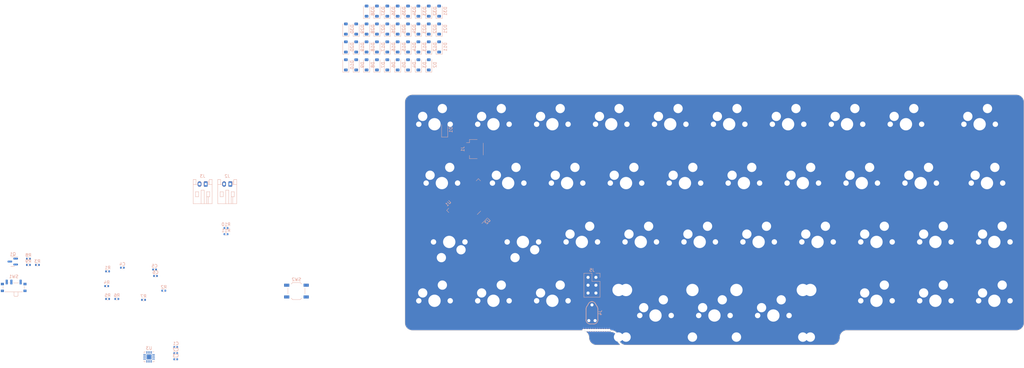
<source format=kicad_pcb>
(kicad_pcb (version 20221018) (generator pcbnew)
  (layers (0 "F.Cu" signal) (31 "B.Cu" signal) (34 "B.Paste" user) (35 "F.Paste" user) (36 "B.SilkS" user "B.Silkscreen") (37 "F.SilkS" user "F.Silkscreen") (38 "B.Mask" user) (39 "F.Mask" user) (44 "Edge.Cuts" user))
  (net 0 "")
  (net 1 "GND")
  (net 2 "+VSW")
  (net 3 "+3V3")
  (net 4 "+5V")
  (net 5 "+BATT")
  (net 6 "row0")
  (net 7 "Net-(D1-A)")
  (net 8 "Net-(D2-A)")
  (net 9 "Net-(D3-A)")
  (net 10 "Net-(D4-A)")
  (net 11 "Net-(D5-A)")
  (net 12 "Net-(D6-A)")
  (net 13 "Net-(D7-A)")
  (net 14 "Net-(D8-A)")
  (net 15 "Net-(D9-A)")
  (net 16 "USB_D+")
  (net 17 "USB_D-")
  (net 18 "SWO")
  (net 19 "SWDIO")
  (net 20 "RESET")
  (net 21 "SWDCLK")
  (net 22 "Net-(Q1-G)")
  (net 23 "SYSOFF")
  (net 24 "Net-(SW1-A)")
  (net 25 "VSENSE")
  (net 26 "Net-(D10-A)")
  (net 27 "row1")
  (net 28 "Net-(D11-A)")
  (net 29 "Net-(D12-A)")
  (net 30 "Net-(D13-A)")
  (net 31 "Net-(D14-A)")
  (net 32 "Net-(D15-A)")
  (net 33 "Net-(D16-A)")
  (net 34 "Net-(D17-A)")
  (net 35 "Net-(D18-A)")
  (net 36 "Net-(D20-A)")
  (net 37 "Net-(D21-A)")
  (net 38 "row2")
  (net 39 "Net-(D22-A)")
  (net 40 "Net-(D23-A)")
  (net 41 "Net-(D24-A)")
  (net 42 "Net-(D25-A)")
  (net 43 "Net-(D26-A)")
  (net 44 "Net-(D27-A)")
  (net 45 "Net-(D28-A)")
  (net 46 "Net-(D29-A)")
  (net 47 "Net-(D30-A)")
  (net 48 "Net-(D31-A)")
  (net 49 "row3")
  (net 50 "Net-(D32-A)")
  (net 51 "Net-(D33-A)")
  (net 52 "Net-(D34-A)")
  (net 53 "Net-(D35-A)")
  (net 54 "Net-(D36-A)")
  (net 55 "Net-(D37-A)")
  (net 56 "Net-(D38-A)")
  (net 57 "col0")
  (net 58 "col1")
  (net 59 "col2")
  (net 60 "col3")
  (net 61 "col4")
  (net 62 "col5")
  (net 63 "col6")
  (net 64 "col7")
  (net 65 "col8")
  (net 66 "col9")
  (net 67 "Net-(D19-A)")
  (net 68 "Net-(R5-Pad2)")
  (net 69 "Net-(U3-TMR)")
  (net 70 "Net-(U3-TS)")
  (net 71 "Net-(U3-ILIM)")
  (net 72 "Net-(U3-ISET)")
  (net 73 "Net-(U3-~{CHG})")
  (footprint "MX_Only:MXOnly-1U-Hotswap" (layer "F.Cu") (at 193.47705 57.150144)
    (fp_text reference "MX8")
    (fp_text value "CPG151101S11")
    (pad "" np_thru_hole circle (at -5.08 0 48.0996) (size 1.75 1.75) (drill 1.75) (layers "*.Cu" "*.Mask"))
    (pad "" np_thru_hole circle (at -3.81 -2.54) (size 3 3) (drill 3) (layers "*.Cu" "*.Mask"))
    (pad "" np_thru_hole circle (at 0 0) (size 3.9878 3.9878) (drill 3.9878) (layers "*.Cu" "*.Mask"))
    (pad "" np_thru_hole circle (at 2.54 -5.08) (size 3 3) (drill 3) (layers "*.Cu" "*.Mask"))
    (pad "" np_thru_hole circle (at 5.08 0 48.0996) (size 1.75 1.75) (drill 1.75) (layers "*.Cu" "*.Mask"))
    (pad "1" smd rect (at -7.085 -2.54) (size 2.55 2.5) (layers "B.Cu" "B.Paste" "B.Mask") (net 64 "col7"))
    (pad "2" smd rect (at 5.842 -5.08) (size 2.55 2.5) (layers "B.Cu" "B.Paste" "B.Mask") (net 14 "Net-(D8-A)"))
  )
  (footprint "MX_Only:MXOnly-1U-Hotswap" (layer "F.Cu") (at 217.28961 76.200192)
    (fp_text reference "MX19")
    (fp_text value "CPG151101S11")
    (pad "" np_thru_hole circle (at -5.08 0 48.0996) (size 1.75 1.75) (drill 1.75) (layers "*.Cu" "*.Mask"))
    (pad "" np_thru_hole circle (at -3.81 -2.54) (size 3 3) (drill 3) (layers "*.Cu" "*.Mask"))
    (pad "" np_thru_hole circle (at 0 0) (size 3.9878 3.9878) (drill 3.9878) (layers "*.Cu" "*.Mask"))
    (pad "" np_thru_hole circle (at 2.54 -5.08) (size 3 3) (drill 3) (layers "*.Cu" "*.Mask"))
    (pad "" np_thru_hole circle (at 5.08 0 48.0996) (size 1.75 1.75) (drill 1.75) (layers "*.Cu" "*.Mask"))
    (pad "1" smd rect (at -7.085 -2.54) (size 2.55 2.5) (layers "B.Cu" "B.Paste" "B.Mask") (net 65 "col8"))
    (pad "2" smd rect (at 5.842 -5.08) (size 2.55 2.5) (layers "B.Cu" "B.Paste" "B.Mask") (net 67 "Net-(D19-A)"))
  )
  (footprint "MX_Only:MXOnly-1.5U-Hotswap" (layer "F.Cu") (at 236.339658 57.150144)
    (fp_text reference "MX10")
    (fp_text value "CPG151101S11")
    (pad "" np_thru_hole circle (at -5.08 0 48.0996) (size 1.75 1.75) (drill 1.75) (layers "*.Cu" "*.Mask"))
    (pad "" np_thru_hole circle (at -3.81 -2.54) (size 3 3) (drill 3) (layers "*.Cu" "*.Mask"))
    (pad "" np_thru_hole circle (at 0 0) (size 3.9878 3.9878) (drill 3.9878) (layers "*.Cu" "*.Mask"))
    (pad "" np_thru_hole circle (at 2.54 -5.08) (size 3 3) (drill 3) (layers "*.Cu" "*.Mask"))
    (pad "" np_thru_hole circle (at 5.08 0 48.0996) (size 1.75 1.75) (drill 1.75) (layers "*.Cu" "*.Mask"))
    (pad "1" smd rect (at -7.085 -2.54) (size 2.55 2.5) (layers "B.Cu" "B.Paste" "B.Mask") (net 66 "col9"))
    (pad "2" smd rect (at 5.842 -5.08) (size 2.55 2.5) (layers "B.Cu" "B.Paste" "B.Mask") (net 26 "Net-(D10-A)"))
  )
  (footprint "MX_Only:MXOnly-1U-Hotswap" (layer "F.Cu") (at 145.85193 95.25024)
    (fp_text reference "MX25")
    (fp_text value "CPG151101S11")
    (pad "" np_thru_hole circle (at -5.08 0 48.0996) (size 1.75 1.75) (drill 1.75) (layers "*.Cu" "*.Mask"))
    (pad "" np_thru_hole circle (at -3.81 -2.54) (size 3 3) (drill 3) (layers "*.Cu" "*.Mask"))
    (pad "" np_thru_hole circle (at 0 0) (size 3.9878 3.9878) (drill 3.9878) (layers "*.Cu" "*.Mask"))
    (pad "" np_thru_hole circle (at 2.54 -5.08) (size 3 3) (drill 3) (layers "*.Cu" "*.Mask"))
    (pad "" np_thru_hole circle (at 5.08 0 48.0996) (size 1.75 1.75) (drill 1.75) (layers "*.Cu" "*.Mask"))
    (pad "1" smd rect (at -7.085 -2.54) (size 2.55 2.5) (layers "B.Cu" "B.Paste" "B.Mask") (net 61 "col4"))
    (pad "2" smd rect (at 5.842 -5.08) (size 2.55 2.5) (layers "B.Cu" "B.Paste" "B.Mask") (net 42 "Net-(D25-A)"))
  )
  (footprint "MX_Only:MXOnly-2U-Hotswap-ReversedStabilizers" (layer "F.Cu") (at 169.66449 119.0628)
    (fp_text reference "MX36")
    (fp_text value "CPG151101S11")
    (pad "" np_thru_hole circle (at -11.938 -8.255) (size 3.9878 3.9878) (drill 3.9878) (layers "*.Cu" "*.Mask"))
    (pad "" np_thru_hole circle (at -11.938 6.985) (size 3.048 3.048) (drill 3.048) (layers "*.Cu" "*.Mask"))
    (pad "" np_thru_hole circle (at -5.08 0 48.0996) (size 1.75 1.75) (drill 1.75) (layers "*.Cu" "*.Mask"))
    (pad "" np_thru_hole circle (at -3.81 -2.54) (size 3 3) (drill 3) (layers "*.Cu" "*.Mask"))
    (pad "" np_thru_hole circle (at 0 0) (size 3.9878 3.9878) (drill 3.9878) (layers "*.Cu" "*.Mask"))
    (pad "" np_thru_hole circle (at 2.54 -5.08) (size 3 3) (drill 3) (layers "*.Cu" "*.Mask"))
    (pad "" np_thru_hole circle (at 5.08 0 48.0996) (size 1.75 1.75) (drill 1.75) (layers "*.Cu" "*.Mask"))
    (pad "" np_thru_hole circle (at 11.938 -8.255) (size 3.9878 3.9878) (drill 3.9878) (layers "*.Cu" "*.Mask"))
    (pad "" np_thru_hole circle (at 11.938 6.985) (size 3.048 3.048) (drill 3.048) (layers "*.Cu" "*.Mask"))
    (pad "1" smd rect (at -7.085 -2.54) (size 2.55 2.5) (layers "B.Cu" "B.Paste" "B.Mask") (net 62 "col5"))
    (pad "2" smd rect (at 5.842 -5.08) (size 2.55 2.5) (layers "B.Cu" "B.Paste" "B.Mask") (net 53 "Net-(D35-A)"))
  )
  (footprint "MX_Only:MXOnly-1.25U-Hotswap" (layer "F.Cu") (at 238.720914 76.200192)
    (fp_text reference "MX20")
    (fp_text value "CPG151101S11")
    (pad "" np_thru_hole circle (at -5.08 0 48.0996) (size 1.75 1.75) (drill 1.75) (layers "*.Cu" "*.Mask"))
    (pad "" np_thru_hole circle (at -3.81 -2.54) (size 3 3) (drill 3) (layers "*.Cu" "*.Mask"))
    (pad "" np_thru_hole circle (at 0 0) (size 3.9878 3.9878) (drill 3.9878) (layers "*.Cu" "*.Mask"))
    (pad "" np_thru_hole circle (at 2.54 -5.08) (size 3 3) (drill 3) (layers "*.Cu" "*.Mask"))
    (pad "" np_thru_hole circle (at 5.08 0 48.0996) (size 1.75 1.75) (drill 1.75) (layers "*.Cu" "*.Mask"))
    (pad "1" smd rect (at -7.085 -2.54) (size 2.55 2.5) (layers "B.Cu" "B.Paste" "B.Mask") (net 66 "col9"))
    (pad "2" smd rect (at 5.842 -5.08) (size 2.55 2.5) (layers "B.Cu" "B.Paste" "B.Mask") (net 36 "Net-(D20-A)"))
  )
  (footprint "MX_Only:MXOnly-1U-Hotswap" (layer "F.Cu") (at 60.126714 114.300288)
    (fp_text reference "MX31")
    (fp_text value "CPG151101S11")
    (pad "" np_thru_hole circle (at -5.08 0 48.0996) (size 1.75 1.75) (drill 1.75) (layers "*.Cu" "*.Mask"))
    (pad "" np_thru_hole circle (at -3.81 -2.54) (size 3 3) (drill 3) (layers "*.Cu" "*.Mask"))
    (pad "" np_thru_hole circle (at 0 0) (size 3.9878 3.9878) (drill 3.9878) (layers "*.Cu" "*.Mask"))
    (pad "" np_thru_hole circle (at 2.54 -5.08) (size 3 3) (drill 3) (layers "*.Cu" "*.Mask"))
    (pad "" np_thru_hole circle (at 5.08 0 48.0996) (size 1.75 1.75) (drill 1.75) (layers "*.Cu" "*.Mask"))
    (pad "1" smd rect (at -7.085 -2.54) (size 2.55 2.5) (layers "B.Cu" "B.Paste" "B.Mask") (net 57 "col0"))
    (pad "2" smd rect (at 5.842 -5.08) (size 2.55 2.5) (layers "B.Cu" "B.Paste" "B.Mask") (net 48 "Net-(D31-A)"))
  )
  (footprint "MX_Only:MXOnly-1U-Hotswap" (layer "F.Cu") (at 122.03937 76.200192)
    (fp_text reference "MX14")
    (fp_text value "CPG151101S11")
    (pad "" np_thru_hole circle (at -5.08 0 48.0996) (size 1.75 1.75) (drill 1.75) (layers "*.Cu" "*.Mask"))
    (pad "" np_thru_hole circle (at -3.81 -2.54) (size 3 3) (drill 3) (layers "*.Cu" "*.Mask"))
    (pad "" np_thru_hole circle (at 0 0) (size 3.9878 3.9878) (drill 3.9878) (layers "*.Cu" "*.Mask"))
    (pad "" np_thru_hole circle (at 2.54 -5.08) (size 3 3) (drill 3) (layers "*.Cu" "*.Mask"))
    (pad "" np_thru_hole circle (at 5.08 0 48.0996) (size 1.75 1.75) (drill 1.75) (layers "*.Cu" "*.Mask"))
    (pad "1" smd rect (at -7.085 -2.54) (size 2.55 2.5) (layers "B.Cu" "B.Paste" "B.Mask") (net 60 "col3"))
    (pad "2" smd rect (at 5.842 -5.08) (size 2.55 2.5) (layers "B.Cu" "B.Paste" "B.Mask") (net 31 "Net-(D14-A)"))
  )
  (footprint "MX_Only:MXOnly-1U-Hotswap" (layer "F.Cu") (at 241.10217 114.300288)
    (fp_text reference "MX39")
    (fp_text value "CPG151101S11")
    (pad "" np_thru_hole circle (at -5.08 0 48.0996) (size 1.75 1.75) (drill 1.75) (layers "*.Cu" "*.Mask"))
    (pad "" np_thru_hole circle (at -3.81 -2.54) (size 3 3) (drill 3) (layers "*.Cu" "*.Mask"))
    (pad "" np_thru_hole circle (at 0 0) (size 3.9878 3.9878) (drill 3.9878) (layers "*.Cu" "*.Mask"))
    (pad "" np_thru_hole circle (at 2.54 -5.08) (size 3 3) (drill 3) (layers "*.Cu" "*.Mask"))
    (pad "" np_thru_hole circle (at 5.08 0 48.0996) (size 1.75 1.75) (drill 1.75) (layers "*.Cu" "*.Mask"))
    (pad "1" smd rect (at -7.085 -2.54) (size 2.55 2.5) (layers "B.Cu" "B.Paste" "B.Mask") (net 66 "col9"))
    (pad "2" smd rect (at 5.842 -5.08) (size 2.55 2.5) (layers "B.Cu" "B.Paste" "B.Mask") (net 56 "Net-(D38-A)"))
  )
  (footprint "MX_Only:MXOnly-1U-Hotswap" (layer "F.Cu") (at 179.189514 76.200192)
    (fp_text reference "MX17")
    (fp_text value "CPG151101S11")
    (pad "" np_thru_hole circle (at -5.08 0 48.0996) (size 1.75 1.75) (drill 1.75) (layers "*.Cu" "*.Mask"))
    (pad "" np_thru_hole circle (at -3.81 -2.54) (size 3 3) (drill 3) (layers "*.Cu" "*.Mask"))
    (pad "" np_thru_hole circle (at 0 0) (size 3.9878 3.9878) (drill 3.9878) (layers "*.Cu" "*.Mask"))
    (pad "" np_thru_hole circle (at 2.54 -5.08) (size 3 3) (drill 3) (layers "*.Cu" "*.Mask"))
    (pad "" np_thru_hole circle (at 5.08 0 48.0996) (size 1.75 1.75) (drill 1.75) (layers "*.Cu" "*.Mask"))
    (pad "1" smd rect (at -7.085 -2.54) (size 2.55 2.5) (layers "B.Cu" "B.Paste" "B.Mask") (net 63 "col6"))
    (pad "2" smd rect (at 5.842 -5.08) (size 2.55 2.5) (layers "B.Cu" "B.Paste" "B.Mask") (net 34 "Net-(D17-A)"))
  )
  (footprint "MX_Only:MXOnly-1.5U-Hotswap" (layer "F.Cu") (at 64.889226 95.25024 180)
    (fp_text reference "MX21")
    (fp_text value "CPG151101S11")
    (pad "" np_thru_hole circle (at -5.08 0 228.0996) (size 1.75 1.75) (drill 1.75) (layers "*.Cu" "*.Mask"))
    (pad "" np_thru_hole circle (at -3.81 -2.54 180) (size 3 3) (drill 3) (layers "*.Cu" "*.Mask"))
    (pad "" np_thru_hole circle (at 0 0 180) (size 3.9878 3.9878) (drill 3.9878) (layers "*.Cu" "*.Mask"))
    (pad "" np_thru_hole circle (at 2.54 -5.08 180) (size 3 3) (drill 3) (layers "*.Cu" "*.Mask"))
    (pad "" np_thru_hole circle (at 5.08 0 228.0996) (size 1.75 1.75) (drill 1.75) (layers "*.Cu" "*.Mask"))
    (pad "1" smd rect (at -7.085 -2.54 180) (size 2.55 2.5) (layers "B.Cu" "B.Paste" "B.Mask") (net 57 "col0"))
    (pad "2" smd rect (at 5.842 -5.08 180) (size 2.55 2.5) (layers "B.Cu" "B.Paste" "B.Mask") (net 37 "Net-(D21-A)"))
  )
  (footprint "MX_Only:MXOnly-1U-Hotswap" (layer "F.Cu") (at 198.239562 76.200192)
    (fp_text reference "MX18")
    (fp_text value "CPG151101S11")
    (pad "" np_thru_hole circle (at -5.08 0 48.0996) (size 1.75 1.75) (drill 1.75) (layers "*.Cu" "*.Mask"))
    (pad "" np_thru_hole circle (at -3.81 -2.54) (size 3 3) (drill 3) (layers "*.Cu" "*.Mask"))
    (pad "" np_thru_hole circle (at 0 0) (size 3.9878 3.9878) (drill 3.9878) (layers "*.Cu" "*.Mask"))
    (pad "" np_thru_hole circle (at 2.54 -5.08) (size 3 3) (drill 3) (layers "*.Cu" "*.Mask"))
    (pad "" np_thru_hole circle (at 5.08 0 48.0996) (size 1.75 1.75) (drill 1.75) (layers "*.Cu" "*.Mask"))
    (pad "1" smd rect (at -7.085 -2.54) (size 2.55 2.5) (layers "B.Cu" "B.Paste" "B.Mask") (net 64 "col7"))
    (pad "2" smd rect (at 5.842 -5.08) (size 2.55 2.5) (layers "B.Cu" "B.Paste" "B.Mask") (net 35 "Net-(D18-A)"))
  )
  (footprint "MX_Only:MXOnly-1U-Hotswap" (layer "F.Cu") (at 241.10217 95.25024)
    (fp_text reference "MX30")
    (fp_text value "CPG151101S11")
    (pad "" np_thru_hole circle (at -5.08 0 48.0996) (size 1.75 1.75) (drill 1.75) (layers "*.Cu" "*.Mask"))
    (pad "" np_thru_hole circle (at -3.81 -2.54) (size 3 3) (drill 3) (layers "*.Cu" "*.Mask"))
    (pad "" np_thru_hole circle (at 0 0) (size 3.9878 3.9878) (drill 3.9878) (layers "*.Cu" "*.Mask"))
    (pad "" np_thru_hole circle (at 2.54 -5.08) (size 3 3) (drill 3) (layers "*.Cu" "*.Mask"))
    (pad "" np_thru_hole circle (at 5.08 0 48.0996) (size 1.75 1.75) (drill 1.75) (layers "*.Cu" "*.Mask"))
    (pad "1" smd rect (at -7.085 -2.54) (size 2.55 2.5) (layers "B.Cu" "B.Paste" "B.Mask") (net 66 "col9"))
    (pad "2" smd rect (at 5.842 -5.08) (size 2.55 2.5) (layers "B.Cu" "B.Paste" "B.Mask") (net 47 "Net-(D30-A)"))
  )
  (footprint "MX_Only:MXOnly-1U-Hotswap" (layer "F.Cu") (at 203.002074 95.25024)
    (fp_text reference "MX28")
    (fp_text value "CPG151101S11")
    (pad "" np_thru_hole circle (at -5.08 0 48.0996) (size 1.75 1.75) (drill 1.75) (layers "*.Cu" "*.Mask"))
    (pad "" np_thru_hole circle (at -3.81 -2.54) (size 3 3) (drill 3) (layers "*.Cu" "*.Mask"))
    (pad "" np_thru_hole circle (at 0 0) (size 3.9878 3.9878) (drill 3.9878) (layers "*.Cu" "*.Mask"))
    (pad "" np_thru_hole circle (at 2.54 -5.08) (size 3 3) (drill 3) (layers "*.Cu" "*.Mask"))
    (pad "" np_thru_hole circle (at 5.08 0 48.0996) (size 1.75 1.75) (drill 1.75) (layers "*.Cu" "*.Mask"))
    (pad "1" smd rect (at -7.085 -2.54) (size 2.55 2.5) (layers "B.Cu" "B.Paste" "B.Mask") (net 64 "col7"))
    (pad "2" smd rect (at 5.842 -5.08) (size 2.55 2.5) (layers "B.Cu" "B.Paste" "B.Mask") (net 45 "Net-(D28-A)"))
  )
  (footprint "MX_Only:MXOnly-1U-Hotswap" (layer "F.Cu") (at 102.989322 76.200192)
    (fp_text reference "MX13")
    (fp_text value "CPG151101S11")
    (pad "" np_thru_hole circle (at -5.08 0 48.0996) (size 1.75 1.75) (drill 1.75) (layers "*.Cu" "*.Mask"))
    (pad "" np_thru_hole circle (at -3.81 -2.54) (size 3 3) (drill 3) (layers "*.Cu" "*.Mask"))
    (pad "" np_thru_hole circle (at 0 0) (size 3.9878 3.9878) (drill 3.9878) (layers "*.Cu" "*.Mask"))
    (pad "" np_thru_hole circle (at 2.54 -5.08) (size 3 3) (drill 3) (layers "*.Cu" "*.Mask"))
    (pad "" np_thru_hole circle (at 5.08 0 48.0996) (size 1.75 1.75) (drill 1.75) (layers "*.Cu" "*.Mask"))
    (pad "1" smd rect (at -7.085 -2.54) (size 2.55 2.5) (layers "B.Cu" "B.Paste" "B.Mask") (net 59 "col2"))
    (pad "2" smd rect (at 5.842 -5.08) (size 2.55 2.5) (layers "B.Cu" "B.Paste" "B.Mask") (net 30 "Net-(D13-A)"))
  )
  (footprint "MX_Only:MXOnly-1U-Hotswap" (layer "F.Cu") (at 126.801882 95.25024)
    (fp_text reference "MX24")
    (fp_text value "CPG151101S11")
    (pad "" np_thru_hole circle (at -5.08 0 48.0996) (size 1.75 1.75) (drill 1.75) (layers "*.Cu" "*.Mask"))
    (pad "" np_thru_hole circle (at -3.81 -2.54) (size 3 3) (drill 3) (layers "*.Cu" "*.Mask"))
    (pad "" np_thru_hole circle (at 0 0) (size 3.9878 3.9878) (drill 3.9878) (layers "*.Cu" "*.Mask"))
    (pad "" np_thru_hole circle (at 2.54 -5.08) (size 3 3) (drill 3) (layers "*.Cu" "*.Mask"))
    (pad "" np_thru_hole circle (at 5.08 0 48.0996) (size 1.75 1.75) (drill 1.75) (layers "*.Cu" "*.Mask"))
    (pad "1" smd rect (at -7.085 -2.54) (size 2.55 2.5) (layers "B.Cu" "B.Paste" "B.Mask") (net 60 "col3"))
    (pad "2" smd rect (at 5.842 -5.08) (size 2.55 2.5) (layers "B.Cu" "B.Paste" "B.Mask") (net 41 "Net-(D24-A)"))
  )
  (footprint "MX_Only:MXOnly-1U-Hotswap" (layer "F.Cu") (at 107.751834 95.25024)
    (fp_text reference "MX23")
    (fp_text value "CPG151101S11")
    (pad "" np_thru_hole circle (at -5.08 0 48.0996) (size 1.75 1.75) (drill 1.75) (layers "*.Cu" "*.Mask"))
    (pad "" np_thru_hole circle (at -3.81 -2.54) (size 3 3) (drill 3) (layers "*.Cu" "*.Mask"))
    (pad "" np_thru_hole circle (at 0 0) (size 3.9878 3.9878) (drill 3.9878) (layers "*.Cu" "*.Mask"))
    (pad "" np_thru_hole circle (at 2.54 -5.08) (size 3 3) (drill 3) (layers "*.Cu" "*.Mask"))
    (pad "" np_thru_hole circle (at 5.08 0 48.0996) (size 1.75 1.75) (drill 1.75) (layers "*.Cu" "*.Mask"))
    (pad "1" smd rect (at -7.085 -2.54) (size 2.55 2.5) (layers "B.Cu" "B.Paste" "B.Mask") (net 59 "col2"))
    (pad "2" smd rect (at 5.842 -5.08) (size 2.55 2.5) (layers "B.Cu" "B.Paste" "B.Mask") (net 40 "Net-(D23-A)"))
  )
  (footprint "MX_Only:MXOnly-1U-Hotswap" (layer "F.Cu") (at 98.22681 114.300288)
    (fp_text reference "MX33")
    (fp_text value "CPG151101S11")
    (pad "" np_thru_hole circle (at -5.08 0 48.0996) (size 1.75 1.75) (drill 1.75) (layers "*.Cu" "*.Mask"))
    (pad "" np_thru_hole circle (at -3.81 -2.54) (size 3 3) (drill 3) (layers "*.Cu" "*.Mask"))
    (pad "" np_thru_hole circle (at 0 0) (size 3.9878 3.9878) (drill 3.9878) (layers "*.Cu" "*.Mask"))
    (pad "" np_thru_hole circle (at 2.54 -5.08) (size 3 3) (drill 3) (layers "*.Cu" "*.Mask"))
    (pad "" np_thru_hole circle (at 5.08 0 48.0996) (size 1.75 1.75) (drill 1.75) (layers "*.Cu" "*.Mask"))
    (pad "1" smd rect (at -7.085 -2.54) (size 2.55 2.5) (layers "B.Cu" "B.Paste" "B.Mask") (net 59 "col2"))
    (pad "2" smd rect (at 5.842 -5.08) (size 2.55 2.5) (layers "B.Cu" "B.Paste" "B.Mask") (net 51 "Net-(D33-A)"))
  )
  (footprint "MX_Only:MXOnly-1U-Hotswap" (layer "F.Cu") (at 155.376954 57.150144)
    (fp_text reference "MX6")
    (fp_text value "CPG151101S11")
    (pad "" np_thru_hole circle (at -5.08 0 48.0996) (size 1.75 1.75) (drill 1.75) (layers "*.Cu" "*.Mask"))
    (pad "" np_thru_hole circle (at -3.81 -2.54) (size 3 3) (drill 3) (layers "*.Cu" "*.Mask"))
    (pad "" np_thru_hole circle (at 0 0) (size 3.9878 3.9878) (drill 3.9878) (layers "*.Cu" "*.Mask"))
    (pad "" np_thru_hole circle (at 2.54 -5.08) (size 3 3) (drill 3) (layers "*.Cu" "*.Mask"))
    (pad "" np_thru_hole circle (at 5.08 0 48.0996) (size 1.75 1.75) (drill 1.75) (layers "*.Cu" "*.Mask"))
    (pad "1" smd rect (at -7.085 -2.54) (size 2.55 2.5) (layers "B.Cu" "B.Paste" "B.Mask") (net 62 "col5"))
    (pad "2" smd rect (at 5.842 -5.08) (size 2.55 2.5) (layers "B.Cu" "B.Paste" "B.Mask") (net 12 "Net-(D6-A)"))
  )
  (footprint "MX_Only:MXOnly-1.25U-Hotswap" (layer "F.Cu") (at 62.50797 76.200192)
    (fp_text reference "MX11")
    (fp_text value "CPG151101S11")
    (pad "" np_thru_hole circle (at -5.08 0 48.0996) (size 1.75 1.75) (drill 1.75) (layers "*.Cu" "*.Mask"))
    (pad "" np_thru_hole circle (at -3.81 -2.54) (size 3 3) (drill 3) (layers "*.Cu" "*.Mask"))
    (pad "" np_thru_hole circle (at 0 0) (size 3.9878 3.9878) (drill 3.9878) (layers "*.Cu" "*.Mask"))
    (pad "" np_thru_hole circle (at 2.54 -5.08) (size 3 3) (drill 3) (layers "*.Cu" "*.Mask"))
    (pad "" np_thru_hole circle (at 5.08 0 48.0996) (size 1.75 1.75) (drill 1.75) (layers "*.Cu" "*.Mask"))
    (pad "1" smd rect (at -7.085 -2.54) (size 2.55 2.5) (layers "B.Cu" "B.Paste" "B.Mask") (net 57 "col0"))
    (pad "2" smd rect (at 5.842 -5.08) (size 2.55 2.5) (layers "B.Cu" "B.Paste" "B.Mask") (net 28 "Net-(D11-A)"))
  )
  (footprint "Mousebites:cutiepie-tab" (layer "F.Cu") (at 116.979201 123.825312)
    (fp_text reference "H1" hide)
    (fp_text value "Cutiepie Tab" hide)
    (fp_line (start -4.464855 4.762512) (end 2.8575 4.762512) (stroke (width 0.1)) (layer "Edge.Cuts"))
    (fp_line (start 1.692243 1.265587) (end 2.126989 0.856813) (stroke (width 0.1)) (layer "Edge.Cuts"))
    (fp_line (start 2.275531 3.56269) (end 2.99266 3.56269) (stroke (width 0.1)) (layer "Edge.Cuts"))
    (fp_arc (start -9.227367 0) (mid -7.543568 0.697453) (end -6.846115 2.381252) (stroke (width 0.1)) (layer "Edge.Cuts"))
    (fp_arc (start -4.464863 4.762504) (mid -6.14866 4.065049) (end -6.846115 2.381252) (stroke (width 0.1)) (layer "Edge.Cuts"))
    (fp_arc (start 0.297657 0) (mid 1.307679 0.224817) (end 2.126989 0.856813) (stroke (width 0.1)) (layer "Edge.Cuts"))
    (fp_arc (start 0.297657 0.595314) (mid 0.000001 0.297657) (end 0.297657 0) (stroke (width 0.1)) (layer "Edge.Cuts"))
    (fp_arc (start 0.297657 0.595314) (mid 1.071302 0.771591) (end 1.692243 1.265587) (stroke (width 0.1)) (layer "Edge.Cuts"))
    (fp_arc (start 2.969753 4.491497) (mid 2.572313 4.064711) (end 2.275531 3.56269) (stroke (width 0.1)) (layer "Edge.Cuts"))
    (fp_arc (start 2.969753 4.491497) (mid 3.004173 4.66451) (end 2.8575 4.762512) (stroke (width 0.1)) (layer "Edge.Cuts"))
    (fp_arc (start 5.060169 4.762512) (mid 3.864954 4.440828) (end 2.99266 3.56269) (stroke (width 0.1)) (layer "Edge.Cuts"))
    (pad "" np_thru_hole circle (at -8.65 0) (size 0.5 0.5) (drill 0.5) (layers "F&B.Cu" "*.Mask"))
    (pad "" np_thru_hole circle (at -7.9 0) (size 0.5 0.5) (drill 0.5) (layers "F&B.Cu" "*.Mask"))
    (pad "" np_thru_hole circle (at -7.15 0) (size 0.5 0.5) (drill 0.5) (layers "F&B.Cu" "*.Mask"))
    (pad "" np_thru_hole circle (at -6.4 0) (size 0.5 0.5) (drill 0.5) (layers "F&B.Cu" "*.Mask"))
    (pad "" np_thru_hole circle (at -5.65 0) (size 0.5 0.5) (drill 0.5) (layers "F&B.Cu" "*.Mask"))
    (pad "" np_thru_hole circle (at -4.9 0) (size 0.5 0.5) (drill 0.5) (layers "F&B.Cu" "*.Mask"))
    (pad "" np_thru_hole circle (at -4.15 0) (size 0.5 0.5) (drill 0.5) (layers "F&B.Cu" "*.Mask"))
    (pad "" np_thru_hole circle (at -3.4 0) (size 0.5 0.5) (drill 0.5) (layers "F&B.Cu" "*.Mask"))
    (pad "" np_thru_hole circle (at -2.65 0) (size 0.5 0.5) (drill 0.5) (layers "F&B.Cu" "*.Mask"))
    (pad "" np_thru_hole circle (at -1.9 0) (size 0.5 0.5) (drill 0.5) (layers "F&B.Cu" "*.Mask"))
    (pad "" np_thru_hole circle (at -1.15 0) (size 0.5 0.5) (drill 0.5) (layers "F&B.Cu" "*.Mask"))
    (pad "" np_thru_hole circle (at -0.4 0) (size 0.5 0.5) (drill 0.5) (layers "F&B.Cu" "*.Mask"))
  )
  (footprint "MX_Only:MXOnly-1U-Hotswap" (layer "F.Cu") (at 222.052122 114.300288)
    (fp_text reference "MX38")
    (fp_text value "CPG151101S11")
    (pad "" np_thru_hole circle (at -5.08 0 48.0996) (size 1.75 1.75) (drill 1.75) (layers "*.Cu" "*.Mask"))
    (pad "" np_thru_hole circle (at -3.81 -2.54) (size 3 3) (drill 3) (layers "*.Cu" "*.Mask"))
    (pad "" np_thru_hole circle (at 0 0) (size 3.9878 3.9878) (drill 3.9878) (layers "*.Cu" "*.Mask"))
    (pad "" np_thru_hole circle (at 2.54 -5.08) (size 3 3) (drill 3) (layers "*.Cu" "*.Mask"))
    (pad "" np_thru_hole circle (at 5.08 0 48.0996) (size 1.75 1.75) (drill 1.75) (layers "*.Cu" "*.Mask"))
    (pad "1" smd rect (at -7.085 -2.54) (size 2.55 2.5) (layers "B.Cu" "B.Paste" "B.Mask") (net 65 "col8"))
    (pad "2" smd rect (at 5.842 -5.08) (size 2.55 2.5) (layers "B.Cu" "B.Paste" "B.Mask") (net 55 "Net-(D37-A)"))
  )
  (footprint "MX_Only:MXOnly-1U-Hotswap" (layer "F.Cu") (at 222.052122 95.25024)
    (fp_text reference "MX29")
    (fp_text value "CPG151101S11")
    (pad "" np_thru_hole circle (at -5.08 0 48.0996) (size 1.75 1.75) (drill 1.75) (layers "*.Cu" "*.Mask"))
    (pad "" np_thru_hole circle (at -3.81 -2.54) (size 3 3) (drill 3) (layers "*.Cu" "*.Mask"))
    (pad "" np_thru_hole circle (at 0 0) (size 3.9878 3.9878) (drill 3.9878) (layers "*.Cu" "*.Mask"))
    (pad "" np_thru_hole circle (at 2.54 -5.08) (size 3 3) (drill 3) (layers "*.Cu" "*.Mask"))
    (pad "" np_thru_hole circle (at 5.08 0 48.0996) (size 1.75 1.75) (drill 1.75) (layers "*.Cu" "*.Mask"))
    (pad "1" smd rect (at -7.085 -2.54) (size 2.55 2.5) (layers "B.Cu" "B.Paste" "B.Mask") (net 65 "col8"))
    (pad "2" smd rect (at 5.842 -5.08) (size 2.55 2.5) (layers "B.Cu" "B.Paste" "B.Mask") (net 46 "Net-(D29-A)"))
  )
  (footprint "MX_Only:MXOnly-1U-Hotswap" (layer "F.Cu") (at 174.427002 57.150144)
    (fp_text reference "MX7")
    (fp_text value "CPG151101S11")
    (pad "" np_thru_hole circle (at -5.08 0 48.0996) (size 1.75 1.75) (drill 1.75) (layers "*.Cu" "*.Mask"))
    (pad "" np_thru_hole circle (at -3.81 -2.54) (size 3 3) (drill 3) (layers "*.Cu" "*.Mask"))
    (pad "" np_thru_hole circle (at 0 0) (size 3.9878 3.9878) (drill 3.9878) (layers "*.Cu" "*.Mask"))
    (pad "" np_thru_hole circle (at 2.54 -5.08) (size 3 3) (drill 3) (layers "*.Cu" "*.Mask"))
    (pad "" np_thru_hole circle (at 5.08 0 48.0996) (size 1.75 1.75) (drill 1.75) (layers "*.Cu" "*.Mask"))
    (pad "1" smd rect (at -7.085 -2.54) (size 2.55 2.5) (layers "B.Cu" "B.Paste" "B.Mask") (net 63 "col6"))
    (pad "2" smd rect (at 5.842 -5.08) (size 2.55 2.5) (layers "B.Cu" "B.Paste" "B.Mask") (net 13 "Net-(D7-A)"))
  )
  (footprint "MX_Only:MXOnly-1U-Hotswap" (layer "F.Cu") (at 160.139466 76.200192)
    (fp_text reference "MX16")
    (fp_text value "CPG151101S11")
    (pad "" np_thru_hole circle (at -5.08 0 48.0996) (size 1.75 1.75) (drill 1.75) (layers "*.Cu" "*.Mask"))
    (pad "" np_thru_hole circle (at -3.81 -2.54) (size 3 3) (drill 3) (layers "*.Cu" "*.Mask"))
    (pad "" np_thru_hole circle (at 0 0) (size 3.9878 3.9878) (drill 3.9878) (layers "*.Cu" "*.Mask"))
    (pad "" np_thru_hole circle (at 2.54 -5.08) (size 3 3) (drill 3) (layers "*.Cu" "*.Mask"))
    (pad "" np_thru_hole circle (at 5.08 0 48.0996) (size 1.75 1.75) (drill 1.75) (layers "*.Cu" "*.Mask"))
    (pad "1" smd rect (at -7.085 -2.54) (size 2.55 2.5) (layers "B.Cu" "B.Paste" "B.Mask") (net 62 "col5"))
    (pad "2" smd rect (at 5.842 -5.08) (size 2.55 2.5) (layers "B.Cu" "B.Paste" "B.Mask") (net 33 "Net-(D16-A)"))
  )
  (footprint "MX_Only:MXOnly-1U-Hotswap" (layer "F.Cu") (at 79.176762 57.150144)
    (fp_text reference "MX2")
    (fp_text value "CPG151101S11")
    (pad "" np_thru_hole circle (at -5.08 0 48.0996) (size 1.75 1.75) (drill 1.75) (layers "*.Cu" "*.Mask"))
    (pad "" np_thru_hole circle (at -3.81 -2.54) (size 3 3) (drill 3) (layers "*.Cu" "*.Mask"))
    (pad "" np_thru_hole circle (at 0 0) (size 3.9878 3.9878) (drill 3.9878) (layers "*.Cu" "*.Mask"))
    (pad "" np_thru_hole circle (at 2.54 -5.08) (size 3 3) (drill 3) (layers "*.Cu" "*.Mask"))
    (pad "" np_thru_hole circle (at 5.08 0 48.0996) (size 1.75 1.75) (drill 1.75) (layers "*.Cu" "*.Mask"))
    (pad "1" smd rect (at -7.085 -2.54) (size 2.55 2.5) (layers "B.Cu" "B.Paste" "B.Mask") (net 58 "col1"))
    (pad "2" smd rect (at 5.842 -5.08) (size 2.55 2.5) (layers "B.Cu" "B.Paste" "B.Mask") (net 8 "Net-(D2-A)"))
  )
  (footprint "MX_Only:MXOnly-1U-Hotswap" (layer "F.Cu") (at 212.527098 57.150144)
    (fp_text reference "MX9")
    (fp_text value "CPG151101S11")
    (pad "" np_thru_hole circle (at -5.08 0 48.0996) (size 1.75 1.75) (drill 1.75) (layers "*.Cu" "*.Mask"))
    (pad "" np_thru_hole circle (at -3.81 -2.54) (size 3 3) (drill 3) (layers "*.Cu" "*.Mask"))
    (pad "" np_thru_hole circle (at 0 0) (size 3.9878 3.9878) (drill 3.9878) (layers "*.Cu" "*.Mask"))
    (pad "" np_thru_hole circle (at 2.54 -5.08) (size 3 3) (drill 3) (layers "*.Cu" "*.Mask"))
    (pad "" np_thru_hole circle (at 5.08 0 48.0996) (size 1.75 1.75) (drill 1.75) (layers "*.Cu" "*.Mask"))
    (pad "1" smd rect (at -7.085 -2.54) (size 2.55 2.5) (layers "B.Cu" "B.Paste" "B.Mask") (net 65 "col8"))
    (pad "2" smd rect (at 5.842 -5.08) (size 2.55 2.5) (layers "B.Cu" "B.Paste" "B.Mask") (net 15 "Net-(D9-A)"))
  )
  (footprint "MX_Only:MXOnly-1U-Hotswap" (layer "F.Cu") (at 183.952026 95.25024)
    (fp_text reference "MX27")
    (fp_text value "CPG151101S11")
    (pad "" np_thru_hole circle (at -5.08 0 48.0996) (size 1.75 1.75) (drill 1.75) (layers "*.Cu" "*.Mask"))
    (pad "" np_thru_hole circle (at -3.81 -2.54) (size 3 3) (drill 3) (layers "*.Cu" "*.Mask"))
    (pad "" np_thru_hole circle (at 0 0) (size 3.9878 3.9878) (drill 3.9878) (layers "*.Cu" "*.Mask"))
    (pad "" np_thru_hole circle (at 2.54 -5.08) (size 3 3) (drill 3) (layers "*.Cu" "*.Mask"))
    (pad "" np_thru_hole circle (at 5.08 0 48.0996) (size 1.75 1.75) (drill 1.75) (layers "*.Cu" "*.Mask"))
    (pad "1" smd rect (at -7.085 -2.54) (size 2.55 2.5) (layers "B.Cu" "B.Paste" "B.Mask") (net 63 "col6"))
    (pad "2" smd rect (at 5.842 -5.08) (size 2.55 2.5) (layers "B.Cu" "B.Paste" "B.Mask") (net 44 "Net-(D27-A)"))
  )
  (footprint "MX_Only:MXOnly-1U-Hotswap" (layer "F.Cu") (at 79.176762 114.300288)
    (fp_text reference "MX32")
    (fp_text value "CPG151101S11")
    (pad "" np_thru_hole circle (at -5.08 0 48.0996) (size 1.75 1.75) (drill 1.75) (layers "*.Cu" "*.Mask"))
    (pad "" np_thru_hole circle (at -3.81 -2.54) (size 3 3) (drill 3) (layers "*.Cu" "*.Mask"))
    (pad "" np_thru_hole circle (at 0 0) (size 3.9878 3.9878) (drill 3.9878) (layers "*.Cu" "*.Mask"))
    (pad "" np_thru_hole circle (at 2.54 -5.08) (size 3 3) (drill 3) (layers "*.Cu" "*.Mask"))
    (pad "" np_thru_hole circle (at 5.08 0 48.0996) (size 1.75 1.75) (drill 1.75) (layers "*.Cu" "*.Mask"))
    (pad "1" smd rect (at -7.085 -2.54) (size 2.55 2.5) (layers "B.Cu" "B.Paste" "B.Mask") (net 58 "col1"))
    (pad "2" smd rect (at 5.842 -5.08) (size 2.55 2.5) (layers "B.Cu" "B.Paste" "B.Mask") (net 50 "Net-(D32-A)"))
  )
  (footprint "MX_Only:MXOnly-1U-Hotswap" (layer "F.Cu") (at 117.257027 57.150144)
    (fp_text reference "MX4")
    (fp_text value "CPG151101S11")
    (pad "" np_thru_hole circle (at -5.08 0 48.0996) (size 1.75 1.75) (drill 1.75) (layers "*.Cu" "*.Mask"))
    (pad "" np_thru_hole circle (at -3.81 -2.54) (size 3 3) (drill 3) (layers "*.Cu" "*.Mask"))
    (pad "" np_thru_hole circle (at 0 0) (size 3.9878 3.9878) (drill 3.9878) (layers "*.Cu" "*.Mask"))
    (pad "" np_thru_hole circle (at 2.54 -5.08) (size 3 3) (drill 3) (layers "*.Cu" "*.Mask"))
    (pad "" np_thru_hole circle (at 5.08 0 48.0996) (size 1.75 1.75) (drill 1.75) (layers "*.Cu" "*.Mask"))
    (pad "1" smd rect (at -7.085 -2.54) (size 2.55 2.5) (layers "B.Cu" "B.Paste" "B.Mask") (net 60 "col3"))
    (pad "2" smd rect (at 5.842 -5.08) (size 2.55 2.5) (layers "B.Cu" "B.Paste" "B.Mask") (net 10 "Net-(D4-A)"))
  )
  (footprint "MX_Only:MXOnly-1U-Hotswap" (layer "F.Cu") (at 98.22681 57.150144)
    (fp_text reference "MX3")
    (fp_text value "CPG151101S11")
    (pad "" np_thru_hole circle (at -5.08 0 48.0996) (size 1.75 1.75) (drill 1.75) (layers "*.Cu" "*.Mask"))
    (pad "" np_thru_hole circle (at -3.81 -2.54) (size 3 3) (drill 3) (layers "*.Cu" "*.Mask"))
    (pad "" np_thru_hole circle (at 0 0) (size 3.9878 3.9878) (drill 3.9878) (layers "*.Cu" "*.Mask"))
    (pad "" np_thru_hole circle (at 2.54 -5.08) (size 3 3) (drill 3) (layers "*.Cu" "*.Mask"))
    (pad "" np_thru_hole circle (at 5.08 0 48.0996) (size 1.75 1.75) (drill 1.75) (layers "*.Cu" "*.Mask"))
    (pad "1" smd rect (at -7.085 -2.54) (size 2.55 2.5) (layers "B.Cu" "B.Paste" "B.Mask") (net 59 "col2"))
    (pad "2" smd rect (at 5.842 -5.08) (size 2.55 2.5) (layers "B.Cu" "B.Paste" "B.Mask") (net 9 "Net-(D3-A)"))
  )
  (footprint "MX_Only:MXOnly-2U-Hotswap-ReversedStabilizers" (layer "F.Cu") (at 131.564394 119.0628)
    (fp_text reference "MX34")
    (fp_text value "CPG151101S11")
    (pad "" np_thru_hole circle (at -11.938 -8.255) (size 3.9878 3.9878) (drill 3.9878) (layers "*.Cu" "*.Mask"))
    (pad "" np_thru_hole circle (at -11.938 6.985) (size 3.048 3.048) (drill 3.048) (layers "*.Cu" "*.Mask"))
    (pad "" np_thru_hole circle (at -5.08 0 48.0996) (size 1.75 1.75) (drill 1.75) (layers "*.Cu" "*.Mask"))
    (pad "" np_thru_hole circle (at -3.81 -2.54) (size 3 3) (drill 3) (layers "*.Cu" "*.Mask"))
    (pad "" np_thru_hole circle (at 0 0) (size 3.9878 3.9878) (drill 3.9878) (layers "*.Cu" "*.Mask"))
    (pad "" np_thru_hole circle (at 2.54 -5.08) (size 3 3) (drill 3) (layers "*.Cu" "*.Mask"))
    (pad "" np_thru_hole circle (at 5.08 0 48.0996) (size 1.75 1.75) (drill 1.75) (layers "*.Cu" "*.Mask"))
    (pad "" np_thru_hole circle (at 11.938 -8.255) (size 3.9878 3.9878) (drill 3.9878) (layers "*.Cu" "*.Mask"))
    (pad "" np_thru_hole circle (at 11.938 6.985) (size 3.048 3.048) (drill 3.048) (layers "*.Cu" "*.Mask"))
    (pad "1" smd rect (at -7.085 -2.54) (size 2.55 2.5) (layers "B.Cu" "B.Paste" "B.Mask") (net 61 "col4"))
    (pad "2" smd rect (at 5.842 -5.08) (size 2.55 2.5) (layers "B.Cu" "B.Paste" "B.Mask") (net 52 "Net-(D34-A)"))
  )
  (footprint "MX_Only:MXOnly-1U-Hotswap" (layer "F.Cu") (at 141.089418 76.200192)
    (fp_text reference "MX15")
    (fp_text value "CPG151101S11")
    (pad "" np_thru_hole circle (at -5.08 0 48.0996) (size 1.75 1.75) (drill 1.75) (layers "*.Cu" "*.Mask"))
    (pad "" np_thru_hole circle (at -3.81 -2.54) (size 3 3) (drill 3) (layers "*.Cu" "*.Mask"))
    (pad "" np_thru_hole circle (at 0 0) (size 3.9878 3.9878) (drill 3.9878) (layers "*.Cu" "*.Mask"))
    (pad "" np_thru_hole circle (at 2.54 -5.08) (size 3 3) (drill 3) (layers "*.Cu" "*.Mask"))
    (pad "" np_thru_hole circle (at 5.08 0 48.0996) (size 1.75 1.75) (drill 1.75) (layers "*.Cu" "*.Mask"))
    (pad "1" smd rect (at -7.085 -2.54) (size 2.55 2.5) (layers "B.Cu" "B.Paste" "B.Mask") (net 61 "col4"))
    (pad "2" smd rect (at 5.842 -5.08) (size 2.55 2.5) (layers "B.Cu" "B.Paste" "B.Mask") (net 32 "Net-(D15-A)"))
  )
  (footprint "MX_Only:MXOnly-1U-Hotswap" (layer "F.Cu") (at 83.939274 76.200192)
    (fp_text reference "MX12")
    (fp_text value "CPG151101S11")
    (pad "" np_thru_hole circle (at -5.08 0 48.0996) (size 1.75 1.75) (drill 1.75) (layers "*.Cu" "*.Mask"))
    (pad "" np_thru_hole circle (at -3.81 -2.54) (size 3 3) (drill 3) (layers "*.Cu" "*.Mask"))
    (pad "" np_thru_hole circle (at 0 0) (size 3.9878 3.9878) (drill 3.9878) (layers "*.Cu" "*.Mask"))
    (pad "" np_thru_hole circle (at 2.54 -5.08) (size 3 3) (drill 3) (layers "*.Cu" "*.Mask"))
    (pad "" np_thru_hole circle (at 5.08 0 48.0996) (size 1.75 1.75) (drill 1.75) (layers "*.Cu" "*.Mask"))
    (pad "1" smd rect (at -7.085 -2.54) (size 2.55 2.5) (layers "B.Cu" "B.Paste" "B.Mask") (net 58 "col1"))
    (pad "2" smd rect (at 5.842 -5.08) (size 2.55 2.5) (layers "B.Cu" "B.Paste" "B.Mask") (net 29 "Net-(D12-A)"))
  )
  (footprint "MX_Only:MXOnly-1U-Hotswap" (layer "F.Cu") (at 136.326906 57.150144)
    (fp_text reference "MX5")
    (fp_text value "CPG151101S11")
    (pad "" np_thru_hole circle (at -5.08 0 48.0996) (size 1.75 1.75) (drill 1.75) (layers "*.Cu" "*.Mask"))
    (pad "" np_thru_hole circle (at -3.81 -2.54) (size 3 3) (drill 3) (layers "*.Cu" "*.Mask"))
    (pad "" np_thru_hole circle (at 0 0) (size 3.9878 3.9878) (drill 3.9878) (layers "*.Cu" "*.Mask"))
    (pad "" np_thru_hole circle (at 2.54 -5.08) (size 3 3) (drill 3) (layers "*.Cu" "*.Mask"))
    (pad "" np_thru_hole circle (at 5.08 0 48.0996) (size 1.75 1.75) (drill 1.75) (layers "*.Cu" "*.Mask"))
    (pad "1" smd rect (at -7.085 -2.54) (size 2.55 2.5) (layers "B.Cu" "B.Paste" "B.Mask") (net 61 "col4"))
    (pad "2" smd rect (at 5.842 -5.08) (size 2.55 2.5) (layers "B.Cu" "B.Paste" "B.Mask") (net 11 "Net-(D5-A)"))
  )
  (footprint "MX_Only:MXOnly-1U-Hotswap" (layer "F.Cu") (at 164.901978 95.25024)
    (fp_text reference "MX26")
    (fp_text value "CPG151101S11")
    (pad "" np_thru_hole circle (at -5.08 0 48.0996) (size 1.75 1.75) (drill 1.75) (layers "*.Cu" "*.Mask"))
    (pad "" np_thru_hole circle (at -3.81 -2.54) (size 3 3) (drill 3) (layers "*.Cu" "*.Mask"))
    (pad "" np_thru_hole circle (at 0 0) (size 3.9878 3.9878) (drill 3.9878) (layers "*.Cu" "*.Mask"))
    (pad "" np_thru_hole circle (at 2.54 -5.08) (size 3 3) (drill 3) (layers "*.Cu" "*.Mask"))
    (pad "" np_thru_hole circle (at 5.08 0 48.0996) (size 1.75 1.75) (drill 1.75) (layers "*.Cu" "*.Mask"))
    (pad "1" smd rect (at -7.085 -2.54) (size 2.55 2.5) (layers "B.Cu" "B.Paste" "B.Mask") (net 62 "col5"))
    (pad "2" smd rect (at 5.842 -5.08) (size 2.55 2.5) (layers "B.Cu" "B.Paste" "B.Mask") (net 43 "Net-(D26-A)"))
  )
  (footprint "MX_Only:MXOnly-1U-Hotswap" (layer "F.Cu") (at 203.002074 114.300288)
    (fp_text reference "MX37")
    (fp_text value "CPG151101S11")
    (pad "" np_thru_hole circle (at -5.08 0 48.0996) (size 1.75 1.75) (drill 1.75) (layers "*.Cu" "*.Mask"))
    (pad "" np_thru_hole circle (at -3.81 -2.54) (size 3 3) (drill 3) (layers "*.Cu" "*.Mask"))
    (pad "" np_thru_hole circle (at 0 0) (size 3.9878 3.9878) (drill 3.9878) (layers "*.Cu" "*.Mask"))
    (pad "" np_thru_hole circle (at 2.54 -5.08) (size 3 3) (drill 3) (layers "*.Cu" "*.Mask"))
    (pad "" np_thru_hole circle (at 5.08 0 48.0996) (size 1.75 1.75) (drill 1.75) (layers "*.Cu" "*.Mask"))
    (pad "1" smd rect (at -7.085 -2.54) (size 2.55 2.5) (layers "B.Cu" "B.Paste" "B.Mask") (net 64 "col7"))
    (pad "2" smd rect (at 5.842 -5.08) (size 2.55 2.5) (layers "B.Cu" "B.Paste" "B.Mask") (net 54 "Net-(D36-A)"))
  )
  (footprint "MX_Only:MXOnly-1U-Hotswap" (layer "F.Cu") (at 88.701786 95.25024 180)
    (fp_text reference "MX22")
    (fp_text value "CPG151101S11")
    (pad "" np_thru_hole circle (at -5.08 0 228.0996) (size 1.75 1.75) (drill 1.75) (layers "*.Cu" "*.Mask"))
    (pad "" np_thru_hole circle (at -3.81 -2.54 180) (size 3 3) (drill 3) (layers "*.Cu" "*.Mask"))
    (pad "" np_thru_hole circle (at 0 0 180) (size 3.9878 3.9878) (drill 3.9878) (layers "*.Cu" "*.Mask"))
    (pad "" np_thru_hole circle (at 2.54 -5.08 180) (size 3 3) (drill 3) (layers "*.Cu" "*.Mask"))
    (pad "" np_thru_hole circle (at 5.08 0 228.0996) (size 1.75 1.75) (drill 1.75) (layers "*.Cu" "*.Mask"))
    (pad "1" smd rect (at -7.085 -2.54 180) (size 2.55 2.5) (layers "B.Cu" "B.Paste" "B.Mask") (net 58 "col1"))
    (pad "2" smd rect (at 5.842 -5.08 180) (size 2.55 2.5) (layers "B.Cu" "B.Paste" "B.Mask") (net 39 "Net-(D22-A)"))
  )
  (footprint "MX_Only:MXOnly-1U-Hotswap" (layer "F.Cu") (at 60.126714 57.150144)
    (fp_text reference "MX1")
    (fp_text value "CPG151101S11")
    (pad "" np_thru_hole circle (at -5.08 0 48.0996) (size 1.75 1.75) (drill 1.75) (layers "*.Cu" "*.Mask"))
    (pad "" np_thru_hole circle (at -3.81 -2.54) (size 3 3) (drill 3) (layers "*.Cu" "*.Mask"))
    (pad "" np_thru_hole circle (at 0 0) (size 3.9878 3.9878) (drill 3.9878) (layers "*.Cu" "*.Mask"))
    (pad "" np_thru_hole circle (at 2.54 -5.08) (size 3 3) (drill 3) (layers "*.Cu" "*.Mask"))
    (pad "" np_thru_hole circle (at 5.08 0 48.0996) (size 1.75 1.75) (drill 1.75) (layers "*.Cu" "*.Mask"))
    (pad "1" smd rect (at -7.085 -2.54) (size 2.55 2.5) (layers "B.Cu" "B.Paste" "B.Mask") (net 57 "col0"))
    (pad "2" smd rect (at 5.842 -5.08) (size 2.55 2.5) (layers "B.Cu" "B.Paste" "B.Mask") (net 7 "Net-(D1-A)"))
  )
  (footprint "Diode_SMD:D_SOD-123" (layer "B.Cu") (at 34.820434 32.128332 90)
    (fp_text reference "D19" (at 0 2 90) (layer "B.SilkS") (effects (justify mirror)))
    (fp_text value "1N4148W")
    (pad "1" smd roundrect (at -1.65 0 90) (size 0.9 1.2) (layers "B.Cu" "B.Paste" "B.Mask") (net 27 "row1"))
    (pad "2" smd roundrect (at 1.65 0 90) (size 0.9 1.2) (layers "B.Cu" "B.Paste" "B.Mask") (net 67 "Net-(D19-A)"))
  )
  (footprint "Diode_SMD:D_SOD-123" (layer "B.Cu") (at 38.170433 32.128333 90)
    (fp_text reference "D18" (at 0 2 90) (layer "B.SilkS") (effects (justify mirror)))
    (fp_text value "1N4148W")
    (pad "1" smd roundrect (at -1.65 0 90) (size 0.9 1.2) (layers "B.Cu" "B.Paste" "B.Mask") (net 27 "row1"))
    (pad "2" smd roundrect (at 1.65 0 90) (size 0.9 1.2) (layers "B.Cu" "B.Paste" "B.Mask") (net 35 "Net-(D18-A)"))
  )
  (footprint "Capacitor_SMD:C_0402_1005Metric" (layer "B.Cu") (at -23.514903 129.296737 180)
    (fp_text reference "C1" (at 0 1.16) (layer "B.SilkS") (effects (justify mirror)))
    (fp_text value "1uF")
    (pad "1" smd roundrect (at -0.48 0 180) (size 0.56 0.62) (layers "B.Cu" "B.Paste" "B.Mask") (net 1 "GND"))
    (pad "2" smd roundrect (at 0.48 0 180) (size 0.56 0.62) (layers "B.Cu" "B.Paste" "B.Mask") (net 2 "+VSW"))
  )
  (footprint "Capacitor_SMD:C_0402_1005Metric" (layer "B.Cu") (at -23.514903 133.236737 180)
    (fp_text reference "C3" (at 0 1.16) (layer "B.SilkS") (effects (justify mirror)))
    (fp_text value "100nF")
    (pad "1" smd roundrect (at -0.48 0 180) (size 0.56 0.62) (layers "B.Cu" "B.Paste" "B.Mask") (net 1 "GND"))
    (pad "2" smd roundrect (at 0.48 0 180) (size 0.56 0.62) (layers "B.Cu" "B.Paste" "B.Mask") (net 3 "+3V3"))
  )
  (footprint "Diode_SMD:D_SOD-123" (layer "B.Cu") (at 58.270434 20.538333 90)
    (fp_text reference "D32" (at 0 2 90) (layer "B.SilkS") (effects (justify mirror)))
    (fp_text value "1N4148W")
    (pad "1" smd roundrect (at -1.65 0 90) (size 0.9 1.2) (layers "B.Cu" "B.Paste" "B.Mask") (net 49 "row3"))
    (pad "2" smd roundrect (at 1.65 0 90) (size 0.9 1.2) (layers "B.Cu" "B.Paste" "B.Mask") (net 50 "Net-(D32-A)"))
  )
  (footprint "Diode_SMD:D_SOD-123" (layer "B.Cu") (at 38.170433 20.538332 90)
    (fp_text reference "D38" (at 0 2 90) (layer "B.SilkS") (effects (justify mirror)))
    (fp_text value "1N4148W")
    (pad "1" smd roundrect (at -1.65 0 90) (size 0.9 1.2) (layers "B.Cu" "B.Paste" "B.Mask") (net 49 "row3"))
    (pad "2" smd roundrect (at 1.65 0 90) (size 0.9 1.2) (layers "B.Cu" "B.Paste" "B.Mask") (net 56 "Net-(D38-A)"))
  )
  (footprint "Diode_SMD:D_SOD-123" (layer "B.Cu") (at 41.520434 20.538332 90)
    (fp_text reference "D37" (at 0 2 90) (layer "B.SilkS") (effects (justify mirror)))
    (fp_text value "1N4148W")
    (pad "1" smd roundrect (at -1.65 0 90) (size 0.9 1.2) (layers "B.Cu" "B.Paste" "B.Mask") (net 49 "row3"))
    (pad "2" smd roundrect (at 1.65 0 90) (size 0.9 1.2) (layers "B.Cu" "B.Paste" "B.Mask") (net 55 "Net-(D37-A)"))
  )
  (footprint "Package_DFN_QFN:VQFN-16-1EP_3x3mm_P0.5mm_EP1.6x1.6mm" (layer "B.Cu") (at -32.146956 132.457365 180)
    (fp_text reference "U3" (at 0 2.82) (layer "B.SilkS") (effects (justify mirror)))
    (fp_text value "BQ24075RGT")
    (pad "1" smd roundrect (at -1.4375 0.75 180) (size 0.875 0.25) (layers "B.Cu" "B.Paste" "B.Mask") (net 70 "Net-(U3-TS)"))
    (pad "2" smd roundrect (at -1.4375 0.25 180) (size 0.875 0.25) (layers "B.Cu" "B.Paste" "B.Mask") (net 5 "+BATT"))
    (pad "3" smd roundrect (at -1.4375 -0.25 180) (size 0.875 0.25) (layers "B.Cu" "B.Paste" "B.Mask") (net 5 "+BATT"))
    (pad "4" smd roundrect (at -1.4375 -0.75 180) (size 0.875 0.25) (layers "B.Cu" "B.Paste" "B.Mask") (net 1 "GND"))
    (pad "5" smd roundrect (at -0.75 -1.4375 180) (size 0.25 0.875) (layers "B.Cu" "B.Paste" "B.Mask") (net 1 "GND"))
    (pad "6" smd roundrect (at -0.25 -1.4375 180) (size 0.25 0.875) (layers "B.Cu" "B.Paste" "B.Mask") (net 2 "+VSW"))
    (pad "7" smd roundrect (at 0.25 -1.4375 180) (size 0.25 0.875) (layers "B.Cu" "B.Paste" "B.Mask"))
    (pad "8" smd roundrect (at 0.75 -1.4375 180) (size 0.25 0.875) (layers "B.Cu" "B.Paste" "B.Mask") (net 1 "GND"))
    (pad "9" smd roundrect (at 1.4375 -0.75 180) (size 0.875 0.25) (layers "B.Cu" "B.Paste" "B.Mask") (net 73 "Net-(U3-~{CHG})"))
    (pad "10" smd roundrect (at 1.4375 -0.25 180) (size 0.875 0.25) (layers "B.Cu" "B.Paste" "B.Mask") (net 2 "+VSW"))
    (pad "11" smd roundrect (at 1.4375 0.25 180) (size 0.875 0.25) (layers "B.Cu" "B.Paste" "B.Mask") (net 2 "+VSW"))
    (pad "12" smd roundrect (at 1.4375 0.75 180) (size 0.875 0.25) (layers "B.Cu" "B.Paste" "B.Mask") (net 71 "Net-(U3-ILIM)"))
    (pad "13" smd roundrect (at 0.75 1.4375 180) (size 0.25 0.875) (layers "B.Cu" "B.Paste" "B.Mask") (net 4 "+5V"))
    (pad "14" smd roundrect (at 0.25 1.4375 180) (size 0.25 0.875) (layers "B.Cu" "B.Paste" "B.Mask") (net 69 "Net-(U3-TMR)"))
    (pad "15" smd roundrect (at -0.25 1.4375 180) (size 0.25 0.875) (layers "B.Cu" "B.Paste" "B.Mask") (net 23 "SYSOFF"))
    (pad "16" smd roundrect (at -0.75 1.4375 180) (size 0.25 0.875) (layers "B.Cu" "B.Paste" "B.Mask") (net 72 "Net-(U3-ISET)"))
    (pad "17" smd rect (at 0 0 180) (size 1.6 1.6) (layers "B.Cu" "B.Mask") (net 1 "GND"))
  )
  (footprint "Connector_JST:JST_PH_S2B-PH-K_1x02_P2.00mm_Horizontal" (layer "B.Cu") (at -13.830283 76.507317 180)
    (fp_text reference "J3" (at 1 2.55) (layer "B.SilkS") (effects (justify mirror)))
    (fp_text value "Battery")
    (pad "1" thru_hole roundrect (at 0 0 180) (size 1.2 1.75) (drill 0.75) (layers "*.Cu" "*.Mask") (roundrect_rratio 0.208333) (net 5 "+BATT"))
    (pad "2" thru_hole oval (at 2 0 180) (size 1.2 1.75) (drill 0.75) (layers "*.Cu" "*.Mask") (net 1 "GND"))
  )
  (footprint "MX_Only:MXOnly-2U-Hotswap-ReversedStabilizers" (layer "B.Cu") (at 150.614442 119.0628 180)
    (fp_text reference "MX35" hide)
    (fp_text value "CPG151101S11")
    (pad "" np_thru_hole circle (at -28.575 -6.985 180) (size 3.048 3.048) (drill 3.048) (layers "F&B.Cu" "*.Mask"))
    (pad "" np_thru_hole circle (at -28.575 8.255 180) (size 3.9878 3.9878) (drill 3.9878) (layers "F&B.Cu" "*.Mask"))
    (pad "" np_thru_hole circle (at -5.08 0 228.0996) (size 1.75 1.75) (drill 1.75) (layers "F&B.Cu" "*.Mask"))
    (pad "" np_thru_hole circle (at -2.54 5.08 180) (size 3 3) (drill 3) (layers "F&B.Cu" "*.Mask"))
    (pad "" np_thru_hole circle (at 0 0 180) (size 3.9878 3.9878) (drill 3.9878) (layers "F&B.Cu" "*.Mask"))
    (pad "" np_thru_hole circle (at 3.81 2.54 180) (size 3 3) (drill 3) (layers "F&B.Cu" "*.Mask"))
    (pad "" np_thru_hole circle (at 5.08 0 228.0996) (size 1.75 1.75) (drill 1.75) (layers "F&B.Cu" "*.Mask"))
    (pad "" np_thru_hole circle (at 28.575 -6.985 180) (size 3.048 3.048) (drill 3.048) (layers "F&B.Cu" "*.Mask"))
    (pad "" np_thru_hole circle (at 28.575 8.255 180) (size 3.9878 3.9878) (drill 3.9878) (layers "F&B.Cu" "*.Mask"))
    (pad "1" smd rect (at 7.085 2.54 180) (size 2.55 2.5) (layers "B.Cu" "B.Paste" "B.Mask") (net 61 "col4"))
    (pad "2" smd rect (at -5.842 4.905 180) (size 2.55 2.15) (layers "B.Cu" "B.Paste" "B.Mask") (net 52 "Net-(D34-A)"))
  )
  (footprint "Diode_SMD:D_SOD-123" (layer "B.Cu") (at 48.220433 26.333332 90)
    (fp_text reference "D25" (at 0 2 90) (layer "B.SilkS") (effects (justify mirror)))
    (fp_text value "1N4148W")
    (pad "1" smd roundrect (at -1.65 0 90) (size 0.9 1.2) (layers "B.Cu" "B.Paste" "B.Mask") (net 38 "row2"))
    (pad "2" smd roundrect (at 1.65 0 90) (size 0.9 1.2) (layers "B.Cu" "B.Paste" "B.Mask") (net 42 "Net-(D25-A)"))
  )
  (footprint "Capacitor_SMD:C_0402_1005Metric" (layer "B.Cu") (at -30.361014 104.17995 180)
    (fp_text reference "C5" (at 0 1.16) (layer "B.SilkS") (effects (justify mirror)))
    (fp_text value "4u7")
    (pad "1" smd roundrect (at -0.48 0 180) (size 0.56 0.62) (layers "B.Cu" "B.Paste" "B.Mask") (net 2 "+VSW"))
    (pad "2" smd roundrect (at 0.48 0 180) (size 0.56 0.62) (layers "B.Cu" "B.Paste" "B.Mask") (net 1 "GND"))
  )
  (footprint "Diode_SMD:D_SOD-123" (layer "B.Cu") (at 61.620433 20.538332 90)
    (fp_text reference "D31" (at 0 2 90) (layer "B.SilkS") (effects (justify mirror)))
    (fp_text value "1N4148W")
    (pad "1" smd roundrect (at -1.65 0 90) (size 0.9 1.2) (layers "B.Cu" "B.Paste" "B.Mask") (net 49 "row3"))
    (pad "2" smd roundrect (at 1.65 0 90) (size 0.9 1.2) (layers "B.Cu" "B.Paste" "B.Mask") (net 48 "Net-(D31-A)"))
  )
  (footprint "Connector_PinHeader_2.54mm:PinHeader_2x03_P2.54mm_Vertical" (layer "B.Cu") (at 112.301061 106.715119 180)
    (fp_text reference "J5" (at 1.27 2.33) (layer "B.SilkS") (effects (justify mirror)))
    (fp_text value "Conn_02x03_Counter_Clockwise")
    (pad "1" thru_hole rect (at 0 0 180) (size 1.7 1.7) (drill 1) (layers "*.Cu" "*.Mask") (net 3 "+3V3"))
    (pad "2" thru_hole oval (at 2.54 0 180) (size 1.7 1.7) (drill 1) (layers "*.Cu" "*.Mask") (net 19 "SWDIO"))
    (pad "3" thru_hole oval (at 0 -2.54 180) (size 1.7 1.7) (drill 1) (layers "*.Cu" "*.Mask") (net 20 "RESET"))
    (pad "4" thru_hole oval (at 2.54 -2.54 180) (size 1.7 1.7) (drill 1) (layers "*.Cu" "*.Mask") (net 21 "SWDCLK"))
    (pad "5" thru_hole oval (at 0 -5.08 180) (size 1.7 1.7) (drill 1) (layers "*.Cu" "*.Mask") (net 1 "GND"))
    (pad "6" thru_hole oval (at 2.54 -5.08 180) (size 1.7 1.7) (drill 1) (layers "*.Cu" "*.Mask") (net 18 "SWO"))
  )
  (footprint "Button_Switch_SMD:SW_SPDT_PCM12" (layer "B.Cu") (at -75.902535 109.65809 180)
    (fp_text reference "SW1" (at 0 3.2) (layer "B.SilkS") (effects (justify mirror)))
    (fp_text value "SW_SPDT")
    (pad "" smd rect (at -3.65 -1.43 180) (size 1 0.8) (layers "B.Cu" "B.Paste" "B.Mask"))
    (pad "" smd rect (at -3.65 0.78 180) (size 1 0.8) (layers "B.Cu" "B.Paste" "B.Mask"))
    (pad "" np_thru_hole circle (at -1.5 -0.33 180) (size 0.9 0.9) (drill 0.9) (layers "*.Cu" "*.Mask"))
    (pad "" np_thru_hole circle (at 1.5 -0.33 180) (size 0.9 0.9) (drill 0.9) (layers "*.Cu" "*.Mask"))
    (pad "" smd rect (at 3.65 -1.43 180) (size 1 0.8) (layers "B.Cu" "B.Paste" "B.Mask"))
    (pad "" smd rect (at 3.65 0.78 180) (size 1 0.8) (layers "B.Cu" "B.Paste" "B.Mask"))
    (pad "1" smd rect (at -2.25 1.43 180) (size 0.7 1.5) (layers "B.Cu" "B.Paste" "B.Mask") (net 24 "Net-(SW1-A)"))
    (pad "2" smd rect (at 0.75 1.43 180) (size 0.7 1.5) (layers "B.Cu" "B.Paste" "B.Mask") (net 23 "SYSOFF"))
    (pad "3" smd rect (at 2.25 1.43 180) (size 0.7 1.5) (layers "B.Cu" "B.Paste" "B.Mask") (net 1 "GND"))
  )
  (footprint "Diode_SMD:D_SOD-123" (layer "B.Cu") (at 48.220434 20.538333 90)
    (fp_text reference "D35" (at 0 2 90) (layer "B.SilkS") (effects (justify mirror)))
    (fp_text value "1N4148W")
    (pad "1" smd roundrect (at -1.65 0 90) (size 0.9 1.2) (layers "B.Cu" "B.Paste" "B.Mask") (net 49 "row3"))
    (pad "2" smd roundrect (at 1.65 0 90) (size 0.9 1.2) (layers "B.Cu" "B.Paste" "B.Mask") (net 53 "Net-(D35-A)"))
  )
  (footprint "PCM_marbastlib-various:nRF52840_holyiot_18010" (layer "B.Cu") (at 75.902535 86.618187 45)
    (fp_text reference "U1" (at -5.3 -10.75 45) (layer "B.SilkS") (effects (justify mirror)))
    (fp_text value "nRF52840_holyiot_18010")
    (pad "1" smd rect (at -6.75 5.7 45) (size 1.524 0.7) (layers "B.Cu" "B.Paste" "B.Mask") (net 1 "GND"))
    (pad "2" smd rect (at -6.75 4.6 45) (size 1.524 0.7) (layers "B.Cu" "B.Paste" "B.Mask"))
    (pad "3" smd rect (at -6.75 3.5 45) (size 1.524 0.7) (layers "B.Cu" "B.Paste" "B.Mask"))
    (pad "4" smd rect (at -6.75 2.4 45) (size 1.524 0.7) (layers "B.Cu" "B.Paste" "B.Mask"))
    (pad "5" smd rect (at -6.75 1.3 45) (size 1.524 0.7) (layers "B.Cu" "B.Paste" "B.Mask"))
    (pad "6" smd rect (at -6.75 0.2 45) (size 1.524 0.7) (layers "B.Cu" "B.Paste" "B.Mask"))
    (pad "7" smd rect (at -6.75 -0.9 45) (size 1.524 0.7) (layers "B.Cu" "B.Paste" "B.Mask"))
    (pad "8" smd rect (at -6.75 -2 45) (size 1.524 0.7) (layers "B.Cu" "B.Paste" "B.Mask"))
    (pad "9" smd rect (at -6.75 -3.1 45) (size 1.524 0.7) (layers "B.Cu" "B.Paste" "B.Mask"))
    (pad "10" smd rect (at -6.75 -4.2 45) (size 1.524 0.7) (layers "B.Cu" "B.Paste" "B.Mask"))
    (pad "11" smd rect (at -6.75 -5.3 45) (size 1.524 0.7) (layers "B.Cu" "B.Paste" "B.Mask") (net 25 "VSENSE"))
    (pad "12" smd rect (at -6.75 -6.4 45) (size 1.524 0.7) (layers "B.Cu" "B.Paste" "B.Mask"))
    (pad "13" smd rect (at -6.75 -7.5 45) (size 1.524 0.7) (layers "B.Cu" "B.Paste" "B.Mask"))
    (pad "14" smd rect (at -5.5 -9 315) (size 1.524 0.7) (layers "B.Cu" "B.Paste" "B.Mask") (net 3 "+3V3"))
    (pad "15" smd rect (at -4.4 -9 315) (size 1.524 0.7) (layers "B.Cu" "B.Paste" "B.Mask"))
    (pad "16" smd rect (at -3.3 -9 315) (size 1.524 0.7) (layers "B.Cu" "B.Paste" "B.Mask"))
    (pad "17" smd rect (at -2.2 -9 315) (size 1.524 0.7) (layers "B.Cu" "B.Paste" "B.Mask"))
    (pad "18" smd rect (at -1.1 -9 315) (size 1.524 0.7) (layers "B.Cu" "B.Paste" "B.Mask"))
    (pad "19" smd rect (at 0 -9 315) (size 1.524 0.7) (layers "B.Cu" "B.Paste" "B.Mask"))
    (pad "20" smd rect (at 1.1 -9 315) (size 1.524 0.7) (layers "B.Cu" "B.Paste" "B.Mask"))
    (pad "21" smd rect (at 2.2 -9 315) (size 1.524 0.7) (layers "B.Cu" "B.Paste" "B.Mask") (net 20 "RESET"))
    (pad "22" smd rect (at 3.3 -9 315) (size 1.524 0.7) (layers "B.Cu" "B.Paste" "B.Mask") (net 4 "+5V"))
    (pad "23" smd rect (at 4.4 -9 315) (size 1.524 0.7) (layers "B.Cu" "B.Paste" "B.Mask") (net 17 "USB_D-"))
    (pad "24" smd rect (at 5.5 -9 315) (size 1.524 0.7) (layers "B.Cu" "B.Paste" "B.Mask") (net 16 "USB_D+"))
    (pad "25" smd rect (at 6.75 -7.5 225) (size 1.524 0.7) (layers "B.Cu" "B.Paste" "B.Mask") (net 1 "GND"))
    (pad "26" smd rect (at 6.75 -6.4 225) (size 1.524 0.7) (layers "B.Cu" "B.Paste" "B.Mask"))
    (pad "27" smd rect (at 6.75 -5.3 225) (size 1.524 0.7) (layers "B.Cu" "B.Paste" "B.Mask"))
    (pad "28" smd rect (at 6.75 -4.2 225) (size 1.524 0.7) (layers "B.Cu" "B.Paste" "B.Mask"))
    (pad "29" smd rect (at 6.75 -3.1 225) (size 1.524 0.7) (layers "B.Cu" "B.Paste" "B.Mask"))
    (pad "30" smd rect (at 6.75 -2 225) (size 1.524 0.7) (layers "B.Cu" "B.Paste" "B.Mask"))
    (pad "31" smd rect (at 6.75 -0.9 225) (size 1.524 0.7) (layers "B.Cu" "B.Paste" "B.Mask") (net 21 "SWDCLK"))
    (pad "32" smd rect (at 6.75 0.2 225) (size 1.524 0.7) (layers "B.Cu" "B.Paste" "B.Mask") (net 19 "SWDIO"))
    (pad "33" smd rect (at 6.75 1.3 225) (size 1.524 0.7) (layers "B.Cu" "B.Paste" "B.Mask"))
    (pad "34" smd rect (at 6.75 2.4 225) (size 1.524 0.7) (layers "B.Cu" "B.Paste" "B.Mask"))
    (pad "35" smd rect (at 6.75 3.5 225) (size 1.524 0.7) (layers "B.Cu" "B.Paste" "B.Mask"))
    (pad "36" smd rect (at 6.75 4.6 225) (size 1.524 0.7) (layers "B.Cu" "B.Paste" "B.Mask"))
    (pad "37" smd rect (at 6.75 5.7 225) (size 1.524 0.7) (layers "B.Cu" "B.Paste" "B.Mask") (net 1 "GND"))
    (pad "38" smd rect (at -4.25 3.5 225) (size 1.524 0.7) (layers "B.Cu" "B.Paste" "B.Mask"))
    (pad "39" smd rect (at -4.25 2.4 225) (size 1.524 0.7) (layers "B.Cu" "B.Paste" "B.Mask"))
    (pad "40" smd rect (at -4.25 1.3 225) (size 1.524 0.7) (layers "B.Cu" "B.Paste" "B.Mask"))
    (pad "41" smd rect (at -4.25 0.2 225) (size 1.524 0.7) (layers "B.Cu" "B.Paste" "B.Mask"))
    (pad "42" smd rect (at -4.25 -0.9 225) (size 1.524 0.7) (layers "B.Cu" "B.Paste" "B.Mask"))
    (pad "43" smd rect (at -4.25 -2 225) (size 1.524 0.7) (layers "B.Cu" "B.Paste" "B.Mask"))
    (pad "44" smd rect (at -4.25 -3.1 225) (size 1.524 0.7) (layers "B.Cu" "B.Paste" "B.Mask"))
    (pad "45" smd rect (at -4.25 -4.2 225) (size 1.524 0.7) (layers "B.Cu" "B.Paste" "B.Mask"))
    (pad "46" smd rect (at -4.25 -5.3 225) (size 1.524 0.7) (layers "B.Cu" "B.Paste" "B.Mask"))
    (pad "47" smd rect (at 4.25 3.5 225) (size 1.524 0.7) (layers "B.Cu" "B.Paste" "B.Mask"))
    (pad "48" smd rect (at 4.25 2.4 225) (size 1.524 0.7) (layers "B.Cu" "B.Paste" "B.Mask"))
    (pad "49" smd rect (at 4.25 1.3 225) (size 1.524 0.7) (layers "B.Cu" "B.Paste" "B.Mask"))
    (pad "50" smd rect (at 4.25 0.2 225) (size 1.524 0.7) (layers "B.Cu" "B.Paste" "B.Mask"))
    (pad "51" smd rect (at 4.25 -0.9 225) (size 1.524 0.7) (layers "B.Cu" "B.Paste" "B.Mask"))
    (pad "52" smd rect (at 4.25 -2 225) (size 1.524 0.7) (layers "B.Cu" "B.Paste" "B.Mask"))
    (pad "53" smd rect (at 4.25 -3.1 225) (size 1.524 0.7) (layers "B.Cu" "B.Paste" "B.Mask"))
    (pad "54" smd rect (at 4.25 -4.2 225) (size 1.524 0.7) (layers "B.Cu" "B.Paste" "B.Mask"))
    (pad "55" smd rect (at 4.25 -5.3 225) (size 1.524 0.7) (layers "B.Cu" "B.Paste" "B.Mask"))
    (zone (net 0) (net_name "") (layers "F&B.Cu") (connect_pads (clearance 0)) (min_thickness 0.25)
      (keepout (tracks not_allowed) (vias not_allowed) (pads not_allowed) (copperpour not_allowed) (footprints not_allowed))
      (fill (thermal_gap 0.5) (thermal_bridge_width 0.5))
      (polygon (pts (xy 73.569083 97.719763) (xy 77.104617 101.255297) (xy 90.539645 87.820269) (xy 87.004111 84.284735)))
    )
  )
  (footprint "Diode_SMD:D_SOD-123" (layer "B.Cu") (at 58.270433 26.333332 90)
    (fp_text reference "D22" (at 0 2 90) (layer "B.SilkS") (effects (justify mirror)))
    (fp_text value "1N4148W")
    (pad "1" smd roundrect (at -1.65 0 90) (size 0.9 1.2) (layers "B.Cu" "B.Paste" "B.Mask") (net 38 "row2"))
    (pad "2" smd roundrect (at 1.65 0 90) (size 0.9 1.2) (layers "B.Cu" "B.Paste" "B.Mask") (net 39 "Net-(D22-A)"))
  )
  (footprint "Resistor_SMD:R_0402_1005Metric" (layer "B.Cu") (at -45.541521 104.775264 180)
    (fp_text reference "R1" (at 0 1.17) (layer "B.SilkS") (effects (justify mirror)))
    (fp_text value "47k")
    (pad "1" smd roundrect (at -0.51 0 180) (size 0.54 0.64) (layers "B.Cu" "B.Paste" "B.Mask") (net 1 "GND"))
    (pad "2" smd roundrect (at 0.51 0 180) (size 0.54 0.64) (layers "B.Cu" "B.Paste" "B.Mask") (net 69 "Net-(U3-TMR)"))
  )
  (footprint "Resistor_SMD:R_0402_1005Metric" (layer "B.Cu") (at -42.564951 113.704974 180)
    (fp_text reference "R6" (at 0 1.17) (layer "B.SilkS") (effects (justify mirror)))
    (fp_text value "1k5")
    (pad "1" smd roundrect (at -0.51 0 180) (size 0.54 0.64) (layers "B.Cu" "B.Paste" "B.Mask") (net 68 "Net-(R5-Pad2)"))
    (pad "2" smd roundrect (at 0.51 0 180) (size 0.54 0.64) (layers "B.Cu" "B.Paste" "B.Mask") (net 72 "Net-(U3-ISET)"))
  )
  (footprint "Diode_SMD:D_SOD-123" (layer "B.Cu") (at 34.820433 26.333332 90)
    (fp_text reference "D29" (at 0 2 90) (layer "B.SilkS") (effects (justify mirror)))
    (fp_text value "1N4148W")
    (pad "1" smd roundrect (at -1.65 0 90) (size 0.9 1.2) (layers "B.Cu" "B.Paste" "B.Mask") (net 38 "row2"))
    (pad "2" smd roundrect (at 1.65 0 90) (size 0.9 1.2) (layers "B.Cu" "B.Paste" "B.Mask") (net 46 "Net-(D29-A)"))
  )
  (footprint "Diode_SMD:D_SOD-123" (layer "B.Cu") (at 34.820434 37.923332 90)
    (fp_text reference "D9" (at 0 2 90) (layer "B.SilkS") (effects (justify mirror)))
    (fp_text value "1N4148W")
    (pad "1" smd roundrect (at -1.65 0 90) (size 0.9 1.2) (layers "B.Cu" "B.Paste" "B.Mask") (net 6 "row0"))
    (pad "2" smd roundrect (at 1.65 0 90) (size 0.9 1.2) (layers "B.Cu" "B.Paste" "B.Mask") (net 15 "Net-(D9-A)"))
  )
  (footprint "Capacitor_SMD:C_0402_1005Metric" (layer "B.Cu") (at -23.514903 131.266737 180)
    (fp_text reference "C2" (at 0 1.16) (layer "B.SilkS") (effects (justify mirror)))
    (fp_text value "1uF")
    (pad "1" smd roundrect (at -0.48 0 180) (size 0.56 0.62) (layers "B.Cu" "B.Paste" "B.Mask") (net 1 "GND"))
    (pad "2" smd roundrect (at 0.48 0 180) (size 0.56 0.62) (layers "B.Cu" "B.Paste" "B.Mask") (net 3 "+3V3"))
  )
  (footprint "Diode_SMD:D_SOD-123" (layer "B.Cu") (at 41.520434 32.128333 90)
    (fp_text reference "D17" (at 0 2 90) (layer "B.SilkS") (effects (justify mirror)))
    (fp_text value "1N4148W")
    (pad "1" smd roundrect (at -1.65 0 90) (size 0.9 1.2) (layers "B.Cu" "B.Paste" "B.Mask") (net 27 "row1"))
    (pad "2" smd roundrect (at 1.65 0 90) (size 0.9 1.2) (layers "B.Cu" "B.Paste" "B.Mask") (net 34 "Net-(D17-A)"))
  )
  (footprint "Resistor_SMD:R_0402_1005Metric" (layer "B.Cu") (at -27.384444 111.026061 180)
    (fp_text reference "R2" (at 0 1.17) (layer "B.SilkS") (effects (justify mirror)))
    (fp_text value "10k")
    (pad "1" smd roundrect (at -0.51 0 180) (size 0.54 0.64) (layers "B.Cu" "B.Paste" "B.Mask") (net 70 "Net-(U3-TS)"))
    (pad "2" smd roundrect (at 0.51 0 180) (size 0.54 0.64) (layers "B.Cu" "B.Paste" "B.Mask") (net 1 "GND"))
  )
  (footprint "Diode_SMD:D_SOD-123" (layer "B.Cu") (at 61.620433 32.128333 90)
    (fp_text reference "D11" (at 0 2 90) (layer "B.SilkS") (effects (justify mirror)))
    (fp_text value "1N4148W")
    (pad "1" smd roundrect (at -1.65 0 90) (size 0.9 1.2) (layers "B.Cu" "B.Paste" "B.Mask") (net 27 "row1"))
    (pad "2" smd roundrect (at 1.65 0 90) (size 0.9 1.2) (layers "B.Cu" "B.Paste" "B.Mask") (net 28 "Net-(D11-A)"))
  )
  (footprint "Diode_SMD:D_SOD-123" (layer "B.Cu") (at 48.220434 37.923332 90)
    (fp_text reference "D5" (at 0 2 90) (layer "B.SilkS") (effects (justify mirror)))
    (fp_text value "1N4148W")
    (pad "1" smd roundrect (at -1.65 0 90) (size 0.9 1.2) (layers "B.Cu" "B.Paste" "B.Mask") (net 6 "row0"))
    (pad "2" smd roundrect (at 1.65 0 90) (size 0.9 1.2) (layers "B.Cu" "B.Paste" "B.Mask") (net 11 "Net-(D5-A)"))
  )
  (footprint "Diode_SMD:D_SOD-123" (layer "B.Cu") (at 41.520433 37.923332 90)
    (fp_text reference "D7" (at 0 2 90) (layer "B.SilkS") (effects (justify mirror)))
    (fp_text value "1N4148W")
    (pad "1" smd roundrect (at -1.65 0 90) (size 0.9 1.2) (layers "B.Cu" "B.Paste" "B.Mask") (net 6 "row0"))
    (pad "2" smd roundrect (at 1.65 0 90) (size 0.9 1.2) (layers "B.Cu" "B.Paste" "B.Mask") (net 13 "Net-(D7-A)"))
  )
  (footprint "Resistor_SMD:R_0402_1005Metric" (layer "B.Cu") (at -33.932898 114.002631 180)
    (fp_text reference "R7" (at 0 1.17) (layer "B.SilkS") (effects (justify mirror)))
    (fp_text value "1k5")
    (pad "1" smd roundrect (at -0.51 0 180) (size 0.54 0.64) (layers "B.Cu" "B.Paste" "B.Mask") (net 73 "Net-(U3-~{CHG})"))
    (pad "2" smd roundrect (at 0.51 0 180) (size 0.54 0.64) (layers "B.Cu" "B.Paste" "B.Mask") (net 2 "+VSW"))
  )
  (footprint "Diode_SMD:D_SOD-123" (layer "B.Cu") (at 44.870433 20.538333 90)
    (fp_text reference "D36" (at 0 2 90) (layer "B.SilkS") (effects (justify mirror)))
    (fp_text value "1N4148W")
    (pad "1" smd roundrect (at -1.65 0 90) (size 0.9 1.2) (layers "B.Cu" "B.Paste" "B.Mask") (net 49 "row3"))
    (pad "2" smd roundrect (at 1.65 0 90) (size 0.9 1.2) (layers "B.Cu" "B.Paste" "B.Mask") (net 54 "Net-(D36-A)"))
  )
  (footprint "Diode_SMD:D_SOD-123" (layer "B.Cu") (at 54.920434 32.128333 90)
    (fp_text reference "D13" (at 0 2 90) (layer "B.SilkS") (effects (justify mirror)))
    (fp_text value "1N4148W")
    (pad "1" smd roundrect (at -1.65 0 90) (size 0.9 1.2) (layers "B.Cu" "B.Paste" "B.Mask") (net 27 "row1"))
    (pad "2" smd roundrect (at 1.65 0 90) (size 0.9 1.2) (layers "B.Cu" "B.Paste" "B.Mask") (net 30 "Net-(D13-A)"))
  )
  (footprint "Diode_SMD:D_SOD-123" (layer "B.Cu") (at 51.570433 26.333332 90)
    (fp_text reference "D24" (at 0 2 90) (layer "B.SilkS") (effects (justify mirror)))
    (fp_text value "1N4148W")
    (pad "1" smd roundrect (at -1.65 0 90) (size 0.9 1.2) (layers "B.Cu" "B.Paste" "B.Mask") (net 38 "row2"))
    (pad "2" smd roundrect (at 1.65 0 90) (size 0.9 1.2) (layers "B.Cu" "B.Paste" "B.Mask") (net 41 "Net-(D24-A)"))
  )
  (footprint "Diode_SMD:D_SOD-123" (layer "B.Cu") (at 44.870434 26.333332 90)
    (fp_text reference "D26" (at 0 2 90) (layer "B.SilkS") (effects (justify mirror)))
    (fp_text value "1N4148W")
    (pad "1" smd roundrect (at -1.65 0 90) (size 0.9 1.2) (layers "B.Cu" "B.Paste" "B.Mask") (net 38 "row2"))
    (pad "2" smd roundrect (at 1.65 0 90) (size 0.9 1.2) (layers "B.Cu" "B.Paste" "B.Mask") (net 43 "Net-(D26-A)"))
  )
  (footprint "Diode_SMD:D_SOD-123" (layer "B.Cu") (at 48.220433 32.128333 90)
    (fp_text reference "D15" (at 0 2 90) (layer "B.SilkS") (effects (justify mirror)))
    (fp_text value "1N4148W")
    (pad "1" smd roundrect (at -1.65 0 90) (size 0.9 1.2) (layers "B.Cu" "B.Paste" "B.Mask") (net 27 "row1"))
    (pad "2" smd roundrect (at 1.65 0 90) (size 0.9 1.2) (layers "B.Cu" "B.Paste" "B.Mask") (net 32 "Net-(D15-A)"))
  )
  (footprint "Diode_SMD:D_SOD-123" (layer "B.Cu") (at 44.870433 32.128332 90)
    (fp_text reference "D16" (at 0 2 90) (layer "B.SilkS") (effects (justify mirror)))
    (fp_text value "1N4148W")
    (pad "1" smd roundrect (at -1.65 0 90) (size 0.9 1.2) (layers "B.Cu" "B.Paste" "B.Mask") (net 27 "row1"))
    (pad "2" smd roundrect (at 1.65 0 90) (size 0.9 1.2) (layers "B.Cu" "B.Paste" "B.Mask") (net 33 "Net-(D16-A)"))
  )
  (footprint "Button_Switch_SMD:SW_SPST_TL3342" (layer "B.Cu") (at 15.499717 111.157317 180)
    (fp_text reference "SW2" (at 0 3.75) (layer "B.SilkS") (effects (justify mirror)))
    (fp_text value "RESET")
    (pad "1" smd rect (at -3.15 1.9 180) (size 1.7 1) (layers "B.Cu" "B.Paste" "B.Mask") (net 20 "RESET"))
    (pad "1" smd rect (at 3.15 1.9 180) (size 1.7 1) (layers "B.Cu" "B.Paste" "B.Mask") (net 20 "RESET"))
    (pad "2" smd rect (at -3.15 -1.9 180) (size 1.7 1) (layers "B.Cu" "B.Paste" "B.Mask") (net 1 "GND"))
    (pad "2" smd rect (at 3.15 -1.9 180) (size 1.7 1) (layers "B.Cu" "B.Paste" "B.Mask") (net 1 "GND"))
  )
  (footprint "Resistor_SMD:R_0402_1005Metric" (layer "B.Cu") (at -71.140023 100.701665 180)
    (fp_text reference "R8" (at 0 1.17) (layer "B.SilkS") (effects (justify mirror)))
    (fp_text value "100")
    (pad "1" smd roundrect (at -0.51 0 180) (size 0.54 0.64) (layers "B.Cu" "B.Paste" "B.Mask") (net 4 "+5V"))
    (pad "2" smd roundrect (at 0.51 0 180) (size 0.54 0.64) (layers "B.Cu" "B.Paste" "B.Mask") (net 22 "Net-(Q1-G)"))
  )
  (footprint "Resistor_SMD:R_0402_1005Metric" (layer "B.Cu") (at -45.541521 113.704974 180)
    (fp_text reference "R5" (at 0 1.17) (layer "B.SilkS") (effects (justify mirror)))
    (fp_text value "1k5")
    (pad "1" smd roundrect (at -0.51 0 180) (size 0.54 0.64) (layers "B.Cu" "B.Paste" "B.Mask") (net 1 "GND"))
    (pad "2" smd roundrect (at 0.51 0 180) (size 0.54 0.64) (layers "B.Cu" "B.Paste" "B.Mask") (net 68 "Net-(R5-Pad2)"))
  )
  (footprint "Diode_SMD:D_SOD-123" (layer "B.Cu") (at 38.170433 26.333332 90)
    (fp_text reference "D28" (at 0 2 90) (layer "B.SilkS") (effects (justify mirror)))
    (fp_text value "1N4148W")
    (pad "1" smd roundrect (at -1.65 0 90) (size 0.9 1.2) (layers "B.Cu" "B.Paste" "B.Mask") (net 38 "row2"))
    (pad "2" smd roundrect (at 1.65 0 90) (size 0.9 1.2) (layers "B.Cu" "B.Paste" "B.Mask") (net 45 "Net-(D28-A)"))
  )
  (footprint "Connector_JST:JST_SH_SM04B-SRSS-TB_1x04-1MP_P1.00mm_Horizontal" (layer "B.Cu") (at 73.223622 65.186883 -90)
    (fp_text reference "J1" (at 0 3.98 90) (layer "B.SilkS") (effects (justify mirror)))
    (fp_text value "SM04B")
    (pad "1" smd roundrect (at -1.5 2 270) (size 0.6 1.55) (layers "B.Cu" "B.Paste" "B.Mask") (net 4 "+5V"))
    (pad "2" smd roundrect (at -0.5 2 270) (size 0.6 1.55) (layers "B.Cu" "B.Paste" "B.Mask") (net 17 "USB_D-"))
    (pad "3" smd roundrect (at 0.5 2 270) (size 0.6 1.55) (layers "B.Cu" "B.Paste" "B.Mask") (net 16 "USB_D+"))
    (pad "4" smd roundrect (at 1.5 2 270) (size 0.6 1.55) (layers "B.Cu" "B.Paste" "B.Mask") (net 1 "GND"))
    (pad "MP" smd roundrect (at -2.8 -1.875 270) (size 1.2 1.8) (layers "B.Cu" "B.Paste" "B.Mask") (roundrect_rratio 0.208333))
    (pad "MP" smd roundrect (at 2.8 -1.875 270) (size 1.2 1.8) (layers "B.Cu" "B.Paste" "B.Mask") (roundrect_rratio 0.208333))
  )
  (footprint "Package_TO_SOT_SMD:SOT-23" (layer "B.Cu") (at -76.2 101.6 180)
    (fp_text reference "Q1" (at 0 2.4) (layer "B.SilkS") (effects (justify mirror)))
    (fp_text value "2N7002")
    (pad "1" smd roundrect (at -0.9375 0.95 180) (size 1.475 0.6) (layers "B.Cu" "B.Paste" "B.Mask") (net 22 "Net-(Q1-G)"))
    (pad "2" smd roundrect (at -0.9375 -0.95 180) (size 1.475 0.6) (layers "B.Cu" "B.Paste" "B.Mask") (net 1 "GND"))
    (pad "3" smd roundrect (at 0.9375 0 180) (size 1.475 0.6) (layers "B.Cu" "B.Paste" "B.Mask") (net 23 "SYSOFF"))
  )
  (footprint "Diode_SMD:D_SOD-123" (layer "B.Cu") (at 58.270434 32.128332 90)
    (fp_text reference "D12" (at 0 2 90) (layer "B.SilkS") (effects (justify mirror)))
    (fp_text value "1N4148W")
    (pad "1" smd roundrect (at -1.65 0 90) (size 0.9 1.2) (layers "B.Cu" "B.Paste" "B.Mask") (net 27 "row1"))
    (pad "2" smd roundrect (at 1.65 0 90) (size 0.9 1.2) (layers "B.Cu" "B.Paste" "B.Mask") (net 29 "Net-(D12-A)"))
  )
  (footprint "Resistor_SMD:R_0402_1005Metric" (layer "B.Cu") (at -71.140023 102.691665 180)
    (fp_text reference "R9" (at 0 1.17) (layer "B.SilkS") (effects (justify mirror)))
    (fp_text value "10k")
    (pad "1" smd roundrect (at -0.51 0 180) (size 0.54 0.64) (layers "B.Cu" "B.Paste" "B.Mask") (net 22 "Net-(Q1-G)"))
    (pad "2" smd roundrect (at 0.51 0 180) (size 0.54 0.64) (layers "B.Cu" "B.Paste" "B.Mask") (net 1 "GND"))
  )
  (footprint "Diode_SMD:D_SOD-123" (layer "B.Cu") (at 58.270434 37.923332 90)
    (fp_text reference "D2" (at 0 2 90) (layer "B.SilkS") (effects (justify mirror)))
    (fp_text value "1N4148W")
    (pad "1" smd roundrect (at -1.65 0 90) (size 0.9 1.2) (layers "B.Cu" "B.Paste" "B.Mask") (net 6 "row0"))
    (pad "2" smd roundrect (at 1.65 0 90) (size 0.9 1.2) (layers "B.Cu" "B.Paste" "B.Mask") (net 8 "Net-(D2-A)"))
  )
  (footprint "PCM_marbastlib-various:CON_TC2030_outlined" (layer "B.Cu") (at 111.026061 118.169829 -90)
    (fp_text reference "J4" (at 0 -2.7 90) (layer "B.SilkS") (effects (justify mirror)))
    (fp_text value "TC2030_SWD")
    (pad "" np_thru_hole circle (at -2.54 0 270) (size 0.9906 0.9906) (drill 0.9906) (layers "*.Cu" "*.Mask"))
    (pad "" np_thru_hole circle (at 2.54 -1.016 270) (size 0.9906 0.9906) (drill 0.9906) (layers "*.Cu" "*.Mask"))
    (pad "" np_thru_hole circle (at 2.54 1.016 270) (size 0.9906 0.9906) (drill 0.9906) (layers "*.Cu" "*.Mask"))
    (pad "1" connect circle (at -1.27 -0.635 270) (size 0.7874 0.7874) (layers "B.Cu" "B.Mask") (net 3 "+3V3"))
    (pad "2" connect circle (at -1.27 0.635 270) (size 0.7874 0.7874) (layers "B.Cu" "B.Mask") (net 19 "SWDIO"))
    (pad "3" connect circle (at 0 -0.635 270) (size 0.7874 0.7874) (layers "B.Cu" "B.Mask") (net 20 "RESET"))
    (pad "4" connect circle (at 0 0.635 270) (size 0.7874 0.7874) (layers "B.Cu" "B.Mask") (net 21 "SWDCLK"))
    (pad "5" connect circle (at 1.27 -0.635 270) (size 0.7874 0.7874) (layers "B.Cu" "B.Mask") (net 1 "GND"))
    (pad "6" connect circle (at 1.27 0.635 270) (size 0.7874 0.7874) (layers "B.Cu" "B.Mask") (net 18 "SWO"))
  )
  (footprint "Connector_JST:JST_PH_S2B-PH-K_1x02_P2.00mm_Horizontal" (layer "B.Cu") (at -5.880283 76.507317 180)
    (fp_text reference "J2" (at 1 2.55) (layer "B.SilkS") (effects (justify mirror)))
    (fp_text value "Battery")
    (pad "1" thru_hole roundrect (at 0 0 180) (size 1.2 1.75) (drill 0.75) (layers "*.Cu" "*.Mask") (roundrect_rratio 0.208333) (net 5 "+BATT"))
    (pad "2" thru_hole oval (at 2 0 180) (size 1.2 1.75) (drill 0.75) (layers "*.Cu" "*.Mask") (net 1 "GND"))
  )
  (footprint "Diode_SMD:D_SOD-123" (layer "B.Cu") (at 61.620433 26.333332 90)
    (fp_text reference "D21" (at 0 2 90) (layer "B.SilkS") (effects (justify mirror)))
    (fp_text value "1N4148W")
    (pad "1" smd roundrect (at -1.65 0 90) (size 0.9 1.2) (layers "B.Cu" "B.Paste" "B.Mask") (net 38 "row2"))
    (pad "2" smd roundrect (at 1.65 0 90) (size 0.9 1.2) (layers "B.Cu" "B.Paste" "B.Mask") (net 37 "Net-(D21-A)"))
  )
  (footprint "Capacitor_SMD:C_0402_1005Metric" (layer "B.Cu") (at -40.779009 103.584636 180)
    (fp_text reference "C4" (at 0 1.16) (layer "B.SilkS") (effects (justify mirror)))
    (fp_text value "4u7")
    (pad "1" smd roundrect (at -0.48 0 180) (size 0.56 0.62) (layers "B.Cu" "B.Paste" "B.Mask") (net 4 "+5V"))
    (pad "2" smd roundrect (at 0.48 0 180) (size 0.56 0.62) (layers "B.Cu" "B.Paste" "B.Mask") (net 1 "GND"))
  )
  (footprint "Diode_SMD:D_SOD-123" (layer "B.Cu") (at 44.870433 37.923332 90)
    (fp_text reference "D6" (at 0 2 90) (layer "B.SilkS") (effects (justify mirror)))
    (fp_text value "1N4148W")
    (pad "1" smd roundrect (at -1.65 0 90) (size 0.9 1.2) (layers "B.Cu" "B.Paste" "B.Mask") (net 6 "row0"))
    (pad "2" smd roundrect (at 1.65 0 90) (size 0.9 1.2) (layers "B.Cu" "B.Paste" "B.Mask") (net 12 "Net-(D6-A)"))
  )
  (footprint "Diode_SMD:D_SOD-123" (layer "B.Cu") (at 54.920433 20.538333 90)
    (fp_text reference "D33" (at 0 2 90) (layer "B.SilkS") (effects (justify mirror)))
    (fp_text value "1N4148W")
    (pad "1" smd roundrect (at -1.65 0 90) (size 0.9 1.2) (layers "B.Cu" "B.Paste" "B.Mask") (net 49 "row3"))
    (pad "2" smd roundrect (at 1.65 0 90) (size 0.9 1.2) (layers "B.Cu" "B.Paste" "B.Mask") (net 51 "Net-(D33-A)"))
  )
  (footprint "Resistor_SMD:R_0402_1005Metric" (layer "B.Cu") (at -45.839178 109.537776 180)
    (fp_text reference "R4" (at 0 1.17) (layer "B.SilkS") (effects (justify mirror)))
    (fp_text value "1k5")
    (pad "1" smd roundrect (at -0.51 0 180) (size 0.54 0.64) (layers "B.Cu" "B.Paste" "B.Mask") (net 1 "GND"))
    (pad "2" smd roundrect (at 0.51 0 180) (size 0.54 0.64) (layers "B.Cu" "B.Paste" "B.Mask") (net 71 "Net-(U3-ILIM)"))
  )
  (footprint "Diode_SMD:D_SOD-123" (layer "B.Cu") (at 31.470433 37.923332 90)
    (fp_text reference "D10" (at 0 2 90) (layer "B.SilkS") (effects (justify mirror)))
    (fp_text value "1N4148W")
    (pad "1" smd roundrect (at -1.65 0 90) (size 0.9 1.2) (layers "B.Cu" "B.Paste" "B.Mask") (net 6 "row0"))
    (pad "2" smd roundrect (at 1.65 0 90) (size 0.9 1.2) (layers "B.Cu" "B.Paste" "B.Mask") (net 26 "Net-(D10-A)"))
  )
  (footprint "Diode_SMD:D_SOD-123" (layer "B.Cu") (at 41.520434 26.333332 90)
    (fp_text reference "D27" (at 0 2 90) (layer "B.SilkS") (effects (justify mirror)))
    (fp_text value "1N4148W")
    (pad "1" smd roundrect (at -1.65 0 90) (size 0.9 1.2) (layers "B.Cu" "B.Paste" "B.Mask") (net 38 "row2"))
    (pad "2" smd roundrect (at 1.65 0 90) (size 0.9 1.2) (layers "B.Cu" "B.Paste" "B.Mask") (net 44 "Net-(D27-A)"))
  )
  (footprint "Resistor_SMD:R_0402_1005Metric" (layer "B.Cu") (at -7.270283 92.737317 180)
    (fp_text reference "R11" (at 0 1.17) (layer "B.SilkS") (effects (justify mirror)))
    (fp_text value "2MΩ")
    (pad "1" smd roundrect (at -0.51 0 180) (size 0.54 0.64) (layers "B.Cu" "B.Paste" "B.Mask") (net 25 "VSENSE"))
    (pad "2" smd roundrect (at 0.51 0 180) (size 0.54 0.64) (layers "B.Cu" "B.Paste" "B.Mask") (net 1 "GND"))
  )
  (footprint "Resistor_SMD:R_0402_1005Metric" (layer "B.Cu") (at -7.270283 90.747317 180)
    (fp_text reference "R10" (at 0 1.17) (layer "B.SilkS") (effects (justify mirror)))
    (fp_text value "806kΩ")
    (pad "1" smd roundrect (at -0.51 0 180) (size 0.54 0.64) (layers "B.Cu" "B.Paste" "B.Mask") (net 2 "+VSW"))
    (pad "2" smd roundrect (at 0.51 0 180) (size 0.54 0.64) (layers "B.Cu" "B.Paste" "B.Mask") (net 25 "VSENSE"))
  )
  (footprint "Diode_SMD:D_SOD-123" (layer "B.Cu") (at 51.570433 37.923333 90)
    (fp_text reference "D4" (at 0 2 90) (layer "B.SilkS") (effects (justify mirror)))
    (fp_text value "1N4148W")
    (pad "1" smd roundrect (at -1.65 0 90) (size 0.9 1.2) (layers "B.Cu" "B.Paste" "B.Mask") (net 6 "row0"))
    (pad "2" smd roundrect (at 1.65 0 90) (size 0.9 1.2) (layers "B.Cu" "B.Paste" "B.Mask") (net 10 "Net-(D4-A)"))
  )
  (footprint "Diode_SMD:D_SOD-123" (layer "B.Cu") (at 63.400941 58.936086 90)
    (fp_text reference "D1" (at 0 2 90) (layer "B.SilkS") (effects (justify mirror)))
    (fp_text value "1N4148W")
    (pad "1" smd roundrect (at -1.65 0 90) (size 0.9 1.2) (layers "B.Cu" "B.Paste" "B.Mask") (net 6 "row0"))
    (pad "2" smd roundrect (at 1.65 0 90) (size 0.9 1.2) (layers "B.Cu" "B.Paste" "B.Mask") (net 7 "Net-(D1-A)"))
  )
  (footprint "Diode_SMD:D_SOD-123" (layer "B.Cu") (at 31.470434 26.333332 90)
    (fp_text reference "D30" (at 0 2 90) (layer "B.SilkS") (effects (justify mirror)))
    (fp_text value "1N4148W")
    (pad "1" smd roundrect (at -1.65 0 90) (size 0.9 1.2) (layers "B.Cu" "B.Paste" "B.Mask") (net 38 "row2"))
    (pad "2" smd roundrect (at 1.65 0 90) (size 0.9 1.2) (layers "B.Cu" "B.Paste" "B.Mask") (net 47 "Net-(D30-A)"))
  )
  (footprint "Resistor_SMD:R_0402_1005Metric" (layer "B.Cu") (at -68.230023 102.691665 180)
    (fp_text reference "R3" (at 0 1.17) (layer "B.SilkS") (effects (justify mirror)))
    (fp_text value "100k")
    (pad "1" smd roundrect (at -0.51 0 180) (size 0.54 0.64) (layers "B.Cu" "B.Paste" "B.Mask") (net 5 "+BATT"))
    (pad "2" smd roundrect (at 0.51 0 180) (size 0.54 0.64) (layers "B.Cu" "B.Paste" "B.Mask") (net 24 "Net-(SW1-A)"))
  )
  (footprint "Diode_SMD:D_SOD-123" (layer "B.Cu") (at 31.470434 32.128333 90)
    (fp_text reference "D20" (at 0 2 90) (layer "B.SilkS") (effects (justify mirror)))
    (fp_text value "1N4148W")
    (pad "1" smd roundrect (at -1.65 0 90) (size 0.9 1.2) (layers "B.Cu" "B.Paste" "B.Mask") (net 27 "row1"))
    (pad "2" smd roundrect (at 1.65 0 90) (size 0.9 1.2) (layers "B.Cu" "B.Paste" "B.Mask") (net 36 "Net-(D20-A)"))
  )
  (footprint "Diode_SMD:D_SOD-123" (layer "B.Cu") (at 54.920434 26.333332 90)
    (fp_text reference "D23" (at 0 2 90) (layer "B.SilkS") (effects (justify mirror)))
    (fp_text value "1N4148W")
    (pad "1" smd roundrect (at -1.65 0 90) (size 0.9 1.2) (layers "B.Cu" "B.Paste" "B.Mask") (net 38 "row2"))
    (pad "2" smd roundrect (at 1.65 0 90) (size 0.9 1.2) (layers "B.Cu" "B.Paste" "B.Mask") (net 40 "Net-(D23-A)"))
  )
  (footprint "Diode_SMD:D_SOD-123" (layer "B.Cu") (at 51.570433 20.538332 90)
    (fp_text reference "D34" (at 0 2 90) (layer "B.SilkS") (effects (justify mirror)))
    (fp_text value "1N4148W")
    (pad "1" smd roundrect (at -1.65 0 90) (size 0.9 1.2) (layers "B.Cu" "B.Paste" "B.Mask") (net 49 "row3"))
    (pad "2" smd roundrect (at 1.65 0 90) (size 0.9 1.2) (layers "B.Cu" "B.Paste" "B.Mask") (net 52 "Net-(D34-A)"))
  )
  (footprint "Package_TO_SOT_SMD:SOT-23-3" (layer "B.Cu") (at 75.604878 86.915844 45)
    (fp_text reference "U2" (at 0 2.4 225) (layer "B.SilkS") (effects (justify mirror)))
    (fp_text value "XC6206P332MR\n")
    (pad "1" smd roundrect (at -1.1375 0.95 45) (size 1.325 0.6) (layers "B.Cu" "B.Paste" "B.Mask") (net 1 "GND"))
    (pad "2" smd roundrect (at -1.1375 -0.95 45) (size 1.325 0.6) (layers "B.Cu" "B.Paste" "B.Mask") (net 3 "+3V3"))
    (pad "3" smd roundrect (at 1.1375 0 45) (size 1.325 0.6) (layers "B.Cu" "B.Paste" "B.Mask") (net 2 "+VSW"))
  )
  (footprint "Diode_SMD:D_SOD-123" (layer "B.Cu") (at 51.570433 32.128333 90)
    (fp_text reference "D14" (at 0 2 90) (layer "B.SilkS") (effects (justify mirror)))
    (fp_text value "1N4148W")
    (pad "1" smd roundrect (at -1.65 0 90) (size 0.9 1.2) (layers "B.Cu" "B.Paste" "B.Mask") (net 27 "row1"))
    (pad "2" smd roundrect (at 1.65 0 90) (size 0.9 1.2) (layers "B.Cu" "B.Paste" "B.Mask") (net 31 "Net-(D14-A)"))
  )
  (footprint "Diode_SMD:D_SOD-123" (layer "B.Cu") (at 38.170434 37.923332 90)
    (fp_text reference "D8" (at 0 2 90) (layer "B.SilkS") (effects (justify mirror)))
    (fp_text value "1N4148W")
    (pad "1" smd roundrect (at -1.65 0 90) (size 0.9 1.2) (layers "B.Cu" "B.Paste" "B.Mask") (net 6 "row0"))
    (pad "2" smd roundrect (at 1.65 0 90) (size 0.9 1.2) (layers "B.Cu" "B.Paste" "B.Mask") (net 14 "Net-(D8-A)"))
  )
  (footprint "Capacitor_SMD:C_0402_1005Metric" (layer "B.Cu") (at -30.063357 106.263549 180)
    (fp_text reference "C6" (at 0 1.16) (layer "B.SilkS") (effects (justify mirror)))
    (fp_text value "4u7")
    (pad "1" smd roundrect (at -0.48 0 180) (size 0.56 0.62) (layers "B.Cu" "B.Paste" "B.Mask") (net 5 "+BATT"))
    (pad "2" smd roundrect (at 0.48 0 180) (size 0.56 0.62) (layers "B.Cu" "B.Paste" "B.Mask") (net 1 "GND"))
  )
  (footprint "Diode_SMD:D_SOD-123" (layer "B.Cu") (at 54.920433 37.923332 90)
    (fp_text reference "D3" (at 0 2 90) (layer "B.SilkS") (effects (justify mirror)))
    (fp_text value "1N4148W")
    (pad "1" smd roundrect (at -1.65 0 90) (size 0.9 1.2) (layers "B.Cu" "B.Paste" "B.Mask") (net 6 "row0"))
    (pad "2" smd roundrect (at 1.65 0 90) (size 0.9 1.2) (layers "B.Cu" "B.Paste" "B.Mask") (net 9 "Net-(D3-A)"))
  )
  (gr_line (start 248.245536 47.62505) (end 52.982872 47.62505) (stroke (width 0.1)) (layer "Edge.Cuts"))
  (gr_arc (start 52.982872 123.825114) (mid 51.299087 123.127647) (end 50.60162 121.443862) (stroke (width 0.1)) (layer "Edge.Cuts"))
  (gr_line (start 50.60162 50.006302) (end 50.60162 121.443862) (stroke (width 0.1)) (layer "Edge.Cuts"))
  (gr_arc (start 191.095488 126.206366) (mid 191.792934 124.52256) (end 193.47674 123.825114) (stroke (width 0.1)) (layer "Edge.Cuts"))
  (gr_line (start 122.03937 128.587824) (end 188.714538 128.587824) (stroke (width 0.1)) (layer "Edge.Cuts"))
  (gr_arc (start 50.60162 50.006302) (mid 51.299072 48.322502) (end 52.982872 47.62505) (stroke (width 0.1)) (layer "Edge.Cuts"))
  (gr_line (start 193.47674 123.825114) (end 248.245536 123.825114) (stroke (width 0.1)) (layer "Edge.Cuts"))
  (gr_line (start 250.626788 50.006302) (end 250.626788 121.443862) (stroke (width 0.1)) (layer "Edge.Cuts"))
  (gr_arc (start 250.626788 121.443862) (mid 249.92933 123.127656) (end 248.245536 123.825114) (stroke (width 0.1)) (layer "Edge.Cuts"))
  (gr_arc (start 191.095488 126.206366) (mid 190.398028 127.890158) (end 188.714236 128.587618) (stroke (width 0.1)) (layer "Edge.Cuts"))
  (gr_arc (start 248.245536 47.62505) (mid 249.92933 48.322508) (end 250.626788 50.006302) (stroke (width 0.1)) (layer "Edge.Cuts"))
  (gr_line (start 107.751834 123.825312) (end 52.982872 123.825114) (stroke (width 0.1)) (layer "Edge.Cuts"))
  (zone (net 1) (net_name "GND") (layers "F&B.Cu") (priority 3) (connect_pads yes (clearance 0)) (min_thickness 0.2) (fill yes (thermal_gap 0.5) (thermal_bridge_width 0.5) (island_removal_mode 2) (island_area_min 10))
    (polygon (pts (xy 50.60169 47.62512) (xy 250.627194 47.62512) (xy 250.627194 128.885481) (xy 50.60169 129.183138)))
  )
)
</source>
